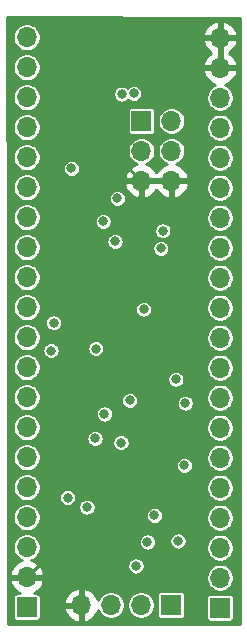
<source format=gbr>
%TF.GenerationSoftware,KiCad,Pcbnew,(5.1.6)-1*%
%TF.CreationDate,2020-09-14T17:11:37+02:00*%
%TF.ProjectId,STM32_blue_pill_4_layers,53544d33-325f-4626-9c75-655f70696c6c,rev?*%
%TF.SameCoordinates,Original*%
%TF.FileFunction,Copper,L2,Inr*%
%TF.FilePolarity,Positive*%
%FSLAX46Y46*%
G04 Gerber Fmt 4.6, Leading zero omitted, Abs format (unit mm)*
G04 Created by KiCad (PCBNEW (5.1.6)-1) date 2020-09-14 17:11:37*
%MOMM*%
%LPD*%
G01*
G04 APERTURE LIST*
%TA.AperFunction,ViaPad*%
%ADD10O,1.700000X1.700000*%
%TD*%
%TA.AperFunction,ViaPad*%
%ADD11R,1.700000X1.700000*%
%TD*%
%TA.AperFunction,ViaPad*%
%ADD12C,0.800000*%
%TD*%
%TA.AperFunction,Conductor*%
%ADD13C,0.250000*%
%TD*%
%TA.AperFunction,Conductor*%
%ADD14C,0.254000*%
%TD*%
G04 APERTURE END LIST*
D10*
%TO.N,GND*%
%TO.C,J5*%
X126550000Y-110170000D03*
%TO.N,/SWCLK*%
X129090000Y-110170000D03*
%TO.N,/SWIO*%
X131630000Y-110170000D03*
D11*
%TO.N,/3V3*%
X134170000Y-110170000D03*
%TD*%
D10*
%TO.N,GND*%
%TO.C,J4*%
X134210000Y-74260000D03*
X131670000Y-74260000D03*
%TO.N,Net-(J4-Pad4)*%
X134210000Y-71720000D03*
%TO.N,Net-(J4-Pad3)*%
X131670000Y-71720000D03*
%TO.N,/3V3*%
X134210000Y-69180000D03*
D11*
X131670000Y-69180000D03*
%TD*%
D10*
%TO.N,/PB12*%
%TO.C,J2*%
X121950000Y-62090000D03*
%TO.N,/PB13*%
X121950000Y-64630000D03*
%TO.N,/PB14*%
X121950000Y-67170000D03*
%TO.N,/PB15*%
X121950000Y-69710000D03*
%TO.N,/PA8*%
X121950000Y-72250000D03*
%TO.N,/PA9*%
X121950000Y-74790000D03*
%TO.N,/PA10*%
X121950000Y-77330000D03*
%TO.N,/PA11*%
X121950000Y-79870000D03*
%TO.N,/PA12*%
X121950000Y-82410000D03*
%TO.N,/PA15*%
X121950000Y-84950000D03*
%TO.N,/PB3*%
X121950000Y-87490000D03*
%TO.N,/PB4*%
X121950000Y-90030000D03*
%TO.N,/PB5*%
X121950000Y-92570000D03*
%TO.N,/PB6*%
X121950000Y-95110000D03*
%TO.N,/PB7*%
X121950000Y-97650000D03*
%TO.N,/PB8*%
X121950000Y-100190000D03*
%TO.N,/PB9*%
X121950000Y-102730000D03*
%TO.N,/5V*%
X121950000Y-105270000D03*
%TO.N,GND*%
X121950000Y-107810000D03*
D11*
%TO.N,/3V3*%
X121950000Y-110350000D03*
%TD*%
D10*
%TO.N,GND*%
%TO.C,J1*%
X138320000Y-62130000D03*
X138320000Y-64670000D03*
%TO.N,/3V3*%
X138320000Y-67210000D03*
%TO.N,/RESET*%
X138320000Y-69750000D03*
%TO.N,/PB11*%
X138320000Y-72290000D03*
%TO.N,/PB10*%
X138320000Y-74830000D03*
%TO.N,/PB1*%
X138320000Y-77370000D03*
%TO.N,/PB0*%
X138320000Y-79910000D03*
%TO.N,/PA7*%
X138320000Y-82450000D03*
%TO.N,/PA6*%
X138320000Y-84990000D03*
%TO.N,/PA5*%
X138320000Y-87530000D03*
%TO.N,/PA4*%
X138320000Y-90070000D03*
%TO.N,/PA3*%
X138320000Y-92610000D03*
%TO.N,/PA2*%
X138320000Y-95150000D03*
%TO.N,/PA1*%
X138320000Y-97690000D03*
%TO.N,/PA0*%
X138320000Y-100230000D03*
%TO.N,/PC15*%
X138320000Y-102770000D03*
%TO.N,/PC14*%
X138320000Y-105310000D03*
%TO.N,/PC13*%
X138320000Y-107850000D03*
D11*
%TO.N,/VBAT*%
X138320000Y-110390000D03*
%TD*%
D12*
%TO.N,GND*%
X125360000Y-98770000D03*
X130070000Y-83440000D03*
X132460000Y-88270000D03*
X128890000Y-66920000D03*
X125810000Y-70120000D03*
X129675012Y-87025009D03*
X133030000Y-86320000D03*
X128663425Y-76683985D03*
X126331193Y-86466484D03*
X129798621Y-88977480D03*
%TO.N,/RESET*%
X134582660Y-91047340D03*
%TO.N,/3V3*%
X128529417Y-93987900D03*
X125743463Y-73193146D03*
X128422379Y-77674437D03*
X124235587Y-86276785D03*
X127050000Y-101880000D03*
X133484990Y-78487102D03*
%TO.N,/OSCIN*%
X130670000Y-92840000D03*
%TO.N,/OSCOUT*%
X127740865Y-96060865D03*
X129930000Y-96420000D03*
X135367898Y-93072579D03*
%TO.N,/PC14*%
X134761883Y-104747819D03*
X135304990Y-98335534D03*
%TO.N,/PC15*%
X131204568Y-106860010D03*
X132170000Y-104830000D03*
%TO.N,/5V*%
X129430000Y-79380000D03*
%TO.N,Net-(D1-Pad1)*%
X132770182Y-102585618D03*
%TO.N,Net-(D2-Pad1)*%
X125410000Y-101080000D03*
%TO.N,Net-(J3-Pad3)*%
X130006683Y-66908381D03*
%TO.N,Net-(J3-Pad2)*%
X131004990Y-66850000D03*
%TO.N,Net-(J4-Pad4)*%
X133310000Y-79960000D03*
%TO.N,/SWCLK*%
X124010000Y-88630000D03*
%TO.N,/SWIO*%
X127800000Y-88460000D03*
%TO.N,/BOOT0*%
X129630000Y-75740000D03*
%TO.N,/BOOT1*%
X131850000Y-85120000D03*
%TD*%
D13*
%TO.N,GND*%
X128890000Y-71480000D02*
X131670000Y-74260000D01*
X128890000Y-66920000D02*
X128890000Y-71480000D01*
X128890000Y-67040000D02*
X128890000Y-66920000D01*
X125810000Y-70120000D02*
X128890000Y-67040000D01*
X130070000Y-86630021D02*
X129675012Y-87025009D01*
X130070000Y-83440000D02*
X130070000Y-86630021D01*
X126135001Y-103624999D02*
X126135001Y-99545001D01*
X126135001Y-99545001D02*
X125360000Y-98770000D01*
X121950000Y-107810000D02*
X126135001Y-103624999D01*
X132460000Y-86858499D02*
X134318499Y-85000000D01*
X132293490Y-87025009D02*
X134318499Y-85000000D01*
X134210000Y-85140000D02*
X133030000Y-86320000D01*
X133030000Y-86288499D02*
X133030000Y-86320000D01*
X134318499Y-85000000D02*
X133030000Y-86288499D01*
X129675012Y-87025009D02*
X132293490Y-87025009D01*
X134210000Y-74260000D02*
X134210000Y-85140000D01*
X132460000Y-88270000D02*
X132460000Y-86858499D01*
X131670000Y-74260000D02*
X131670000Y-75462081D01*
X129063424Y-77083984D02*
X128663425Y-76683985D01*
X130048097Y-77083984D02*
X129063424Y-77083984D01*
X131670000Y-75462081D02*
X130048097Y-77083984D01*
X129116487Y-86466484D02*
X126331193Y-86466484D01*
X129675012Y-87025009D02*
X129116487Y-86466484D01*
X132460000Y-88270000D02*
X130506101Y-88270000D01*
X129675012Y-87025009D02*
X129675012Y-88853871D01*
X130506101Y-88270000D02*
X129798621Y-88977480D01*
X129675012Y-88853871D02*
X129798621Y-88977480D01*
%TD*%
D14*
%TO.N,GND*%
G36*
X140032568Y-60454977D02*
G01*
X139973434Y-111793000D01*
X120356711Y-111793000D01*
X120353933Y-108166890D01*
X120508524Y-108166890D01*
X120553175Y-108314099D01*
X120678359Y-108576920D01*
X120852412Y-108810269D01*
X121068645Y-109005178D01*
X121318748Y-109154157D01*
X121367408Y-109171418D01*
X121100000Y-109171418D01*
X121035897Y-109177732D01*
X120974257Y-109196430D01*
X120917450Y-109226794D01*
X120867657Y-109267657D01*
X120826794Y-109317450D01*
X120796430Y-109374257D01*
X120777732Y-109435897D01*
X120771418Y-109500000D01*
X120771418Y-111200000D01*
X120777732Y-111264103D01*
X120796430Y-111325743D01*
X120826794Y-111382550D01*
X120867657Y-111432343D01*
X120917450Y-111473206D01*
X120974257Y-111503570D01*
X121035897Y-111522268D01*
X121100000Y-111528582D01*
X122800000Y-111528582D01*
X122864103Y-111522268D01*
X122925743Y-111503570D01*
X122982550Y-111473206D01*
X123032343Y-111432343D01*
X123073206Y-111382550D01*
X123103570Y-111325743D01*
X123122268Y-111264103D01*
X123128582Y-111200000D01*
X123128582Y-110526891D01*
X125108519Y-110526891D01*
X125205843Y-110801252D01*
X125354822Y-111051355D01*
X125549731Y-111267588D01*
X125783080Y-111441641D01*
X126045901Y-111566825D01*
X126193110Y-111611476D01*
X126423000Y-111490155D01*
X126423000Y-110297000D01*
X125229186Y-110297000D01*
X125108519Y-110526891D01*
X123128582Y-110526891D01*
X123128582Y-109813109D01*
X125108519Y-109813109D01*
X125229186Y-110043000D01*
X126423000Y-110043000D01*
X126423000Y-108849845D01*
X126677000Y-108849845D01*
X126677000Y-110043000D01*
X126697000Y-110043000D01*
X126697000Y-110297000D01*
X126677000Y-110297000D01*
X126677000Y-111490155D01*
X126906890Y-111611476D01*
X127054099Y-111566825D01*
X127316920Y-111441641D01*
X127550269Y-111267588D01*
X127745178Y-111051355D01*
X127894157Y-110801252D01*
X127978736Y-110562821D01*
X128046956Y-110727519D01*
X128175764Y-110920294D01*
X128339706Y-111084236D01*
X128532481Y-111213044D01*
X128746682Y-111301769D01*
X128974076Y-111347000D01*
X129205924Y-111347000D01*
X129433318Y-111301769D01*
X129647519Y-111213044D01*
X129840294Y-111084236D01*
X130004236Y-110920294D01*
X130133044Y-110727519D01*
X130221769Y-110513318D01*
X130267000Y-110285924D01*
X130267000Y-110054076D01*
X130453000Y-110054076D01*
X130453000Y-110285924D01*
X130498231Y-110513318D01*
X130586956Y-110727519D01*
X130715764Y-110920294D01*
X130879706Y-111084236D01*
X131072481Y-111213044D01*
X131286682Y-111301769D01*
X131514076Y-111347000D01*
X131745924Y-111347000D01*
X131973318Y-111301769D01*
X132187519Y-111213044D01*
X132380294Y-111084236D01*
X132544236Y-110920294D01*
X132673044Y-110727519D01*
X132761769Y-110513318D01*
X132807000Y-110285924D01*
X132807000Y-110054076D01*
X132761769Y-109826682D01*
X132673044Y-109612481D01*
X132544236Y-109419706D01*
X132444530Y-109320000D01*
X132991418Y-109320000D01*
X132991418Y-111020000D01*
X132997732Y-111084103D01*
X133016430Y-111145743D01*
X133046794Y-111202550D01*
X133087657Y-111252343D01*
X133137450Y-111293206D01*
X133194257Y-111323570D01*
X133255897Y-111342268D01*
X133320000Y-111348582D01*
X135020000Y-111348582D01*
X135084103Y-111342268D01*
X135145743Y-111323570D01*
X135202550Y-111293206D01*
X135252343Y-111252343D01*
X135293206Y-111202550D01*
X135323570Y-111145743D01*
X135342268Y-111084103D01*
X135348582Y-111020000D01*
X135348582Y-109540000D01*
X137141418Y-109540000D01*
X137141418Y-111240000D01*
X137147732Y-111304103D01*
X137166430Y-111365743D01*
X137196794Y-111422550D01*
X137237657Y-111472343D01*
X137287450Y-111513206D01*
X137344257Y-111543570D01*
X137405897Y-111562268D01*
X137470000Y-111568582D01*
X139170000Y-111568582D01*
X139234103Y-111562268D01*
X139295743Y-111543570D01*
X139352550Y-111513206D01*
X139402343Y-111472343D01*
X139443206Y-111422550D01*
X139473570Y-111365743D01*
X139492268Y-111304103D01*
X139498582Y-111240000D01*
X139498582Y-109540000D01*
X139492268Y-109475897D01*
X139473570Y-109414257D01*
X139443206Y-109357450D01*
X139402343Y-109307657D01*
X139352550Y-109266794D01*
X139295743Y-109236430D01*
X139234103Y-109217732D01*
X139170000Y-109211418D01*
X137470000Y-109211418D01*
X137405897Y-109217732D01*
X137344257Y-109236430D01*
X137287450Y-109266794D01*
X137237657Y-109307657D01*
X137196794Y-109357450D01*
X137166430Y-109414257D01*
X137147732Y-109475897D01*
X137141418Y-109540000D01*
X135348582Y-109540000D01*
X135348582Y-109320000D01*
X135342268Y-109255897D01*
X135323570Y-109194257D01*
X135293206Y-109137450D01*
X135252343Y-109087657D01*
X135202550Y-109046794D01*
X135145743Y-109016430D01*
X135084103Y-108997732D01*
X135020000Y-108991418D01*
X133320000Y-108991418D01*
X133255897Y-108997732D01*
X133194257Y-109016430D01*
X133137450Y-109046794D01*
X133087657Y-109087657D01*
X133046794Y-109137450D01*
X133016430Y-109194257D01*
X132997732Y-109255897D01*
X132991418Y-109320000D01*
X132444530Y-109320000D01*
X132380294Y-109255764D01*
X132187519Y-109126956D01*
X131973318Y-109038231D01*
X131745924Y-108993000D01*
X131514076Y-108993000D01*
X131286682Y-109038231D01*
X131072481Y-109126956D01*
X130879706Y-109255764D01*
X130715764Y-109419706D01*
X130586956Y-109612481D01*
X130498231Y-109826682D01*
X130453000Y-110054076D01*
X130267000Y-110054076D01*
X130221769Y-109826682D01*
X130133044Y-109612481D01*
X130004236Y-109419706D01*
X129840294Y-109255764D01*
X129647519Y-109126956D01*
X129433318Y-109038231D01*
X129205924Y-108993000D01*
X128974076Y-108993000D01*
X128746682Y-109038231D01*
X128532481Y-109126956D01*
X128339706Y-109255764D01*
X128175764Y-109419706D01*
X128046956Y-109612481D01*
X127978736Y-109777179D01*
X127894157Y-109538748D01*
X127745178Y-109288645D01*
X127550269Y-109072412D01*
X127316920Y-108898359D01*
X127054099Y-108773175D01*
X126906890Y-108728524D01*
X126677000Y-108849845D01*
X126423000Y-108849845D01*
X126193110Y-108728524D01*
X126045901Y-108773175D01*
X125783080Y-108898359D01*
X125549731Y-109072412D01*
X125354822Y-109288645D01*
X125205843Y-109538748D01*
X125108519Y-109813109D01*
X123128582Y-109813109D01*
X123128582Y-109500000D01*
X123122268Y-109435897D01*
X123103570Y-109374257D01*
X123073206Y-109317450D01*
X123032343Y-109267657D01*
X122982550Y-109226794D01*
X122925743Y-109196430D01*
X122864103Y-109177732D01*
X122800000Y-109171418D01*
X122532592Y-109171418D01*
X122581252Y-109154157D01*
X122831355Y-109005178D01*
X123047588Y-108810269D01*
X123221641Y-108576920D01*
X123346825Y-108314099D01*
X123391476Y-108166890D01*
X123270155Y-107937000D01*
X122077000Y-107937000D01*
X122077000Y-107957000D01*
X121823000Y-107957000D01*
X121823000Y-107937000D01*
X120629845Y-107937000D01*
X120508524Y-108166890D01*
X120353933Y-108166890D01*
X120353602Y-107734076D01*
X137143000Y-107734076D01*
X137143000Y-107965924D01*
X137188231Y-108193318D01*
X137276956Y-108407519D01*
X137405764Y-108600294D01*
X137569706Y-108764236D01*
X137762481Y-108893044D01*
X137976682Y-108981769D01*
X138204076Y-109027000D01*
X138435924Y-109027000D01*
X138663318Y-108981769D01*
X138877519Y-108893044D01*
X139070294Y-108764236D01*
X139234236Y-108600294D01*
X139363044Y-108407519D01*
X139451769Y-108193318D01*
X139497000Y-107965924D01*
X139497000Y-107734076D01*
X139451769Y-107506682D01*
X139363044Y-107292481D01*
X139234236Y-107099706D01*
X139070294Y-106935764D01*
X138877519Y-106806956D01*
X138663318Y-106718231D01*
X138435924Y-106673000D01*
X138204076Y-106673000D01*
X137976682Y-106718231D01*
X137762481Y-106806956D01*
X137569706Y-106935764D01*
X137405764Y-107099706D01*
X137276956Y-107292481D01*
X137188231Y-107506682D01*
X137143000Y-107734076D01*
X120353602Y-107734076D01*
X120353387Y-107453110D01*
X120508524Y-107453110D01*
X120629845Y-107683000D01*
X121823000Y-107683000D01*
X121823000Y-107663000D01*
X122077000Y-107663000D01*
X122077000Y-107683000D01*
X123270155Y-107683000D01*
X123391476Y-107453110D01*
X123346825Y-107305901D01*
X123221641Y-107043080D01*
X123047588Y-106809731D01*
X123023932Y-106788407D01*
X130477568Y-106788407D01*
X130477568Y-106931613D01*
X130505506Y-107072068D01*
X130560309Y-107204374D01*
X130639870Y-107323446D01*
X130741132Y-107424708D01*
X130860204Y-107504269D01*
X130992510Y-107559072D01*
X131132965Y-107587010D01*
X131276171Y-107587010D01*
X131416626Y-107559072D01*
X131548932Y-107504269D01*
X131668004Y-107424708D01*
X131769266Y-107323446D01*
X131848827Y-107204374D01*
X131903630Y-107072068D01*
X131931568Y-106931613D01*
X131931568Y-106788407D01*
X131903630Y-106647952D01*
X131848827Y-106515646D01*
X131769266Y-106396574D01*
X131668004Y-106295312D01*
X131548932Y-106215751D01*
X131416626Y-106160948D01*
X131276171Y-106133010D01*
X131132965Y-106133010D01*
X130992510Y-106160948D01*
X130860204Y-106215751D01*
X130741132Y-106295312D01*
X130639870Y-106396574D01*
X130560309Y-106515646D01*
X130505506Y-106647952D01*
X130477568Y-106788407D01*
X123023932Y-106788407D01*
X122831355Y-106614822D01*
X122581252Y-106465843D01*
X122342821Y-106381264D01*
X122507519Y-106313044D01*
X122700294Y-106184236D01*
X122864236Y-106020294D01*
X122993044Y-105827519D01*
X123081769Y-105613318D01*
X123127000Y-105385924D01*
X123127000Y-105154076D01*
X123081769Y-104926682D01*
X123012064Y-104758397D01*
X131443000Y-104758397D01*
X131443000Y-104901603D01*
X131470938Y-105042058D01*
X131525741Y-105174364D01*
X131605302Y-105293436D01*
X131706564Y-105394698D01*
X131825636Y-105474259D01*
X131957942Y-105529062D01*
X132098397Y-105557000D01*
X132241603Y-105557000D01*
X132382058Y-105529062D01*
X132514364Y-105474259D01*
X132633436Y-105394698D01*
X132734698Y-105293436D01*
X132814259Y-105174364D01*
X132869062Y-105042058D01*
X132897000Y-104901603D01*
X132897000Y-104758397D01*
X132880654Y-104676216D01*
X134034883Y-104676216D01*
X134034883Y-104819422D01*
X134062821Y-104959877D01*
X134117624Y-105092183D01*
X134197185Y-105211255D01*
X134298447Y-105312517D01*
X134417519Y-105392078D01*
X134549825Y-105446881D01*
X134690280Y-105474819D01*
X134833486Y-105474819D01*
X134973941Y-105446881D01*
X135106247Y-105392078D01*
X135225319Y-105312517D01*
X135326581Y-105211255D01*
X135338059Y-105194076D01*
X137143000Y-105194076D01*
X137143000Y-105425924D01*
X137188231Y-105653318D01*
X137276956Y-105867519D01*
X137405764Y-106060294D01*
X137569706Y-106224236D01*
X137762481Y-106353044D01*
X137976682Y-106441769D01*
X138204076Y-106487000D01*
X138435924Y-106487000D01*
X138663318Y-106441769D01*
X138877519Y-106353044D01*
X139070294Y-106224236D01*
X139234236Y-106060294D01*
X139363044Y-105867519D01*
X139451769Y-105653318D01*
X139497000Y-105425924D01*
X139497000Y-105194076D01*
X139451769Y-104966682D01*
X139363044Y-104752481D01*
X139234236Y-104559706D01*
X139070294Y-104395764D01*
X138877519Y-104266956D01*
X138663318Y-104178231D01*
X138435924Y-104133000D01*
X138204076Y-104133000D01*
X137976682Y-104178231D01*
X137762481Y-104266956D01*
X137569706Y-104395764D01*
X137405764Y-104559706D01*
X137276956Y-104752481D01*
X137188231Y-104966682D01*
X137143000Y-105194076D01*
X135338059Y-105194076D01*
X135406142Y-105092183D01*
X135460945Y-104959877D01*
X135488883Y-104819422D01*
X135488883Y-104676216D01*
X135460945Y-104535761D01*
X135406142Y-104403455D01*
X135326581Y-104284383D01*
X135225319Y-104183121D01*
X135106247Y-104103560D01*
X134973941Y-104048757D01*
X134833486Y-104020819D01*
X134690280Y-104020819D01*
X134549825Y-104048757D01*
X134417519Y-104103560D01*
X134298447Y-104183121D01*
X134197185Y-104284383D01*
X134117624Y-104403455D01*
X134062821Y-104535761D01*
X134034883Y-104676216D01*
X132880654Y-104676216D01*
X132869062Y-104617942D01*
X132814259Y-104485636D01*
X132734698Y-104366564D01*
X132633436Y-104265302D01*
X132514364Y-104185741D01*
X132382058Y-104130938D01*
X132241603Y-104103000D01*
X132098397Y-104103000D01*
X131957942Y-104130938D01*
X131825636Y-104185741D01*
X131706564Y-104265302D01*
X131605302Y-104366564D01*
X131525741Y-104485636D01*
X131470938Y-104617942D01*
X131443000Y-104758397D01*
X123012064Y-104758397D01*
X122993044Y-104712481D01*
X122864236Y-104519706D01*
X122700294Y-104355764D01*
X122507519Y-104226956D01*
X122293318Y-104138231D01*
X122065924Y-104093000D01*
X121834076Y-104093000D01*
X121606682Y-104138231D01*
X121392481Y-104226956D01*
X121199706Y-104355764D01*
X121035764Y-104519706D01*
X120906956Y-104712481D01*
X120818231Y-104926682D01*
X120773000Y-105154076D01*
X120773000Y-105385924D01*
X120818231Y-105613318D01*
X120906956Y-105827519D01*
X121035764Y-106020294D01*
X121199706Y-106184236D01*
X121392481Y-106313044D01*
X121557179Y-106381264D01*
X121318748Y-106465843D01*
X121068645Y-106614822D01*
X120852412Y-106809731D01*
X120678359Y-107043080D01*
X120553175Y-107305901D01*
X120508524Y-107453110D01*
X120353387Y-107453110D01*
X120349679Y-102614076D01*
X120773000Y-102614076D01*
X120773000Y-102845924D01*
X120818231Y-103073318D01*
X120906956Y-103287519D01*
X121035764Y-103480294D01*
X121199706Y-103644236D01*
X121392481Y-103773044D01*
X121606682Y-103861769D01*
X121834076Y-103907000D01*
X122065924Y-103907000D01*
X122293318Y-103861769D01*
X122507519Y-103773044D01*
X122700294Y-103644236D01*
X122864236Y-103480294D01*
X122993044Y-103287519D01*
X123081769Y-103073318D01*
X123127000Y-102845924D01*
X123127000Y-102614076D01*
X123081769Y-102386682D01*
X122993044Y-102172481D01*
X122864236Y-101979706D01*
X122700294Y-101815764D01*
X122689269Y-101808397D01*
X126323000Y-101808397D01*
X126323000Y-101951603D01*
X126350938Y-102092058D01*
X126405741Y-102224364D01*
X126485302Y-102343436D01*
X126586564Y-102444698D01*
X126705636Y-102524259D01*
X126837942Y-102579062D01*
X126978397Y-102607000D01*
X127121603Y-102607000D01*
X127262058Y-102579062D01*
X127394364Y-102524259D01*
X127409695Y-102514015D01*
X132043182Y-102514015D01*
X132043182Y-102657221D01*
X132071120Y-102797676D01*
X132125923Y-102929982D01*
X132205484Y-103049054D01*
X132306746Y-103150316D01*
X132425818Y-103229877D01*
X132558124Y-103284680D01*
X132698579Y-103312618D01*
X132841785Y-103312618D01*
X132982240Y-103284680D01*
X133114546Y-103229877D01*
X133233618Y-103150316D01*
X133334880Y-103049054D01*
X133414441Y-102929982D01*
X133469244Y-102797676D01*
X133497182Y-102657221D01*
X133497182Y-102654076D01*
X137143000Y-102654076D01*
X137143000Y-102885924D01*
X137188231Y-103113318D01*
X137276956Y-103327519D01*
X137405764Y-103520294D01*
X137569706Y-103684236D01*
X137762481Y-103813044D01*
X137976682Y-103901769D01*
X138204076Y-103947000D01*
X138435924Y-103947000D01*
X138663318Y-103901769D01*
X138877519Y-103813044D01*
X139070294Y-103684236D01*
X139234236Y-103520294D01*
X139363044Y-103327519D01*
X139451769Y-103113318D01*
X139497000Y-102885924D01*
X139497000Y-102654076D01*
X139451769Y-102426682D01*
X139363044Y-102212481D01*
X139234236Y-102019706D01*
X139070294Y-101855764D01*
X138877519Y-101726956D01*
X138663318Y-101638231D01*
X138435924Y-101593000D01*
X138204076Y-101593000D01*
X137976682Y-101638231D01*
X137762481Y-101726956D01*
X137569706Y-101855764D01*
X137405764Y-102019706D01*
X137276956Y-102212481D01*
X137188231Y-102426682D01*
X137143000Y-102654076D01*
X133497182Y-102654076D01*
X133497182Y-102514015D01*
X133469244Y-102373560D01*
X133414441Y-102241254D01*
X133334880Y-102122182D01*
X133233618Y-102020920D01*
X133114546Y-101941359D01*
X132982240Y-101886556D01*
X132841785Y-101858618D01*
X132698579Y-101858618D01*
X132558124Y-101886556D01*
X132425818Y-101941359D01*
X132306746Y-102020920D01*
X132205484Y-102122182D01*
X132125923Y-102241254D01*
X132071120Y-102373560D01*
X132043182Y-102514015D01*
X127409695Y-102514015D01*
X127513436Y-102444698D01*
X127614698Y-102343436D01*
X127694259Y-102224364D01*
X127749062Y-102092058D01*
X127777000Y-101951603D01*
X127777000Y-101808397D01*
X127749062Y-101667942D01*
X127694259Y-101535636D01*
X127614698Y-101416564D01*
X127513436Y-101315302D01*
X127394364Y-101235741D01*
X127262058Y-101180938D01*
X127121603Y-101153000D01*
X126978397Y-101153000D01*
X126837942Y-101180938D01*
X126705636Y-101235741D01*
X126586564Y-101315302D01*
X126485302Y-101416564D01*
X126405741Y-101535636D01*
X126350938Y-101667942D01*
X126323000Y-101808397D01*
X122689269Y-101808397D01*
X122507519Y-101686956D01*
X122293318Y-101598231D01*
X122065924Y-101553000D01*
X121834076Y-101553000D01*
X121606682Y-101598231D01*
X121392481Y-101686956D01*
X121199706Y-101815764D01*
X121035764Y-101979706D01*
X120906956Y-102172481D01*
X120818231Y-102386682D01*
X120773000Y-102614076D01*
X120349679Y-102614076D01*
X120347733Y-100074076D01*
X120773000Y-100074076D01*
X120773000Y-100305924D01*
X120818231Y-100533318D01*
X120906956Y-100747519D01*
X121035764Y-100940294D01*
X121199706Y-101104236D01*
X121392481Y-101233044D01*
X121606682Y-101321769D01*
X121834076Y-101367000D01*
X122065924Y-101367000D01*
X122293318Y-101321769D01*
X122507519Y-101233044D01*
X122700294Y-101104236D01*
X122796133Y-101008397D01*
X124683000Y-101008397D01*
X124683000Y-101151603D01*
X124710938Y-101292058D01*
X124765741Y-101424364D01*
X124845302Y-101543436D01*
X124946564Y-101644698D01*
X125065636Y-101724259D01*
X125197942Y-101779062D01*
X125338397Y-101807000D01*
X125481603Y-101807000D01*
X125622058Y-101779062D01*
X125754364Y-101724259D01*
X125873436Y-101644698D01*
X125974698Y-101543436D01*
X126054259Y-101424364D01*
X126109062Y-101292058D01*
X126137000Y-101151603D01*
X126137000Y-101008397D01*
X126109062Y-100867942D01*
X126054259Y-100735636D01*
X125974698Y-100616564D01*
X125873436Y-100515302D01*
X125754364Y-100435741D01*
X125622058Y-100380938D01*
X125481603Y-100353000D01*
X125338397Y-100353000D01*
X125197942Y-100380938D01*
X125065636Y-100435741D01*
X124946564Y-100515302D01*
X124845302Y-100616564D01*
X124765741Y-100735636D01*
X124710938Y-100867942D01*
X124683000Y-101008397D01*
X122796133Y-101008397D01*
X122864236Y-100940294D01*
X122993044Y-100747519D01*
X123081769Y-100533318D01*
X123127000Y-100305924D01*
X123127000Y-100114076D01*
X137143000Y-100114076D01*
X137143000Y-100345924D01*
X137188231Y-100573318D01*
X137276956Y-100787519D01*
X137405764Y-100980294D01*
X137569706Y-101144236D01*
X137762481Y-101273044D01*
X137976682Y-101361769D01*
X138204076Y-101407000D01*
X138435924Y-101407000D01*
X138663318Y-101361769D01*
X138877519Y-101273044D01*
X139070294Y-101144236D01*
X139234236Y-100980294D01*
X139363044Y-100787519D01*
X139451769Y-100573318D01*
X139497000Y-100345924D01*
X139497000Y-100114076D01*
X139451769Y-99886682D01*
X139363044Y-99672481D01*
X139234236Y-99479706D01*
X139070294Y-99315764D01*
X138877519Y-99186956D01*
X138663318Y-99098231D01*
X138435924Y-99053000D01*
X138204076Y-99053000D01*
X137976682Y-99098231D01*
X137762481Y-99186956D01*
X137569706Y-99315764D01*
X137405764Y-99479706D01*
X137276956Y-99672481D01*
X137188231Y-99886682D01*
X137143000Y-100114076D01*
X123127000Y-100114076D01*
X123127000Y-100074076D01*
X123081769Y-99846682D01*
X122993044Y-99632481D01*
X122864236Y-99439706D01*
X122700294Y-99275764D01*
X122507519Y-99146956D01*
X122293318Y-99058231D01*
X122065924Y-99013000D01*
X121834076Y-99013000D01*
X121606682Y-99058231D01*
X121392481Y-99146956D01*
X121199706Y-99275764D01*
X121035764Y-99439706D01*
X120906956Y-99632481D01*
X120818231Y-99846682D01*
X120773000Y-100074076D01*
X120347733Y-100074076D01*
X120345787Y-97534076D01*
X120773000Y-97534076D01*
X120773000Y-97765924D01*
X120818231Y-97993318D01*
X120906956Y-98207519D01*
X121035764Y-98400294D01*
X121199706Y-98564236D01*
X121392481Y-98693044D01*
X121606682Y-98781769D01*
X121834076Y-98827000D01*
X122065924Y-98827000D01*
X122293318Y-98781769D01*
X122507519Y-98693044D01*
X122700294Y-98564236D01*
X122864236Y-98400294D01*
X122955350Y-98263931D01*
X134577990Y-98263931D01*
X134577990Y-98407137D01*
X134605928Y-98547592D01*
X134660731Y-98679898D01*
X134740292Y-98798970D01*
X134841554Y-98900232D01*
X134960626Y-98979793D01*
X135092932Y-99034596D01*
X135233387Y-99062534D01*
X135376593Y-99062534D01*
X135517048Y-99034596D01*
X135649354Y-98979793D01*
X135768426Y-98900232D01*
X135869688Y-98798970D01*
X135949249Y-98679898D01*
X136004052Y-98547592D01*
X136031990Y-98407137D01*
X136031990Y-98263931D01*
X136004052Y-98123476D01*
X135949249Y-97991170D01*
X135869688Y-97872098D01*
X135768426Y-97770836D01*
X135649354Y-97691275D01*
X135517048Y-97636472D01*
X135376593Y-97608534D01*
X135233387Y-97608534D01*
X135092932Y-97636472D01*
X134960626Y-97691275D01*
X134841554Y-97770836D01*
X134740292Y-97872098D01*
X134660731Y-97991170D01*
X134605928Y-98123476D01*
X134577990Y-98263931D01*
X122955350Y-98263931D01*
X122993044Y-98207519D01*
X123081769Y-97993318D01*
X123127000Y-97765924D01*
X123127000Y-97574076D01*
X137143000Y-97574076D01*
X137143000Y-97805924D01*
X137188231Y-98033318D01*
X137276956Y-98247519D01*
X137405764Y-98440294D01*
X137569706Y-98604236D01*
X137762481Y-98733044D01*
X137976682Y-98821769D01*
X138204076Y-98867000D01*
X138435924Y-98867000D01*
X138663318Y-98821769D01*
X138877519Y-98733044D01*
X139070294Y-98604236D01*
X139234236Y-98440294D01*
X139363044Y-98247519D01*
X139451769Y-98033318D01*
X139497000Y-97805924D01*
X139497000Y-97574076D01*
X139451769Y-97346682D01*
X139363044Y-97132481D01*
X139234236Y-96939706D01*
X139070294Y-96775764D01*
X138877519Y-96646956D01*
X138663318Y-96558231D01*
X138435924Y-96513000D01*
X138204076Y-96513000D01*
X137976682Y-96558231D01*
X137762481Y-96646956D01*
X137569706Y-96775764D01*
X137405764Y-96939706D01*
X137276956Y-97132481D01*
X137188231Y-97346682D01*
X137143000Y-97574076D01*
X123127000Y-97574076D01*
X123127000Y-97534076D01*
X123081769Y-97306682D01*
X122993044Y-97092481D01*
X122864236Y-96899706D01*
X122700294Y-96735764D01*
X122507519Y-96606956D01*
X122293318Y-96518231D01*
X122065924Y-96473000D01*
X121834076Y-96473000D01*
X121606682Y-96518231D01*
X121392481Y-96606956D01*
X121199706Y-96735764D01*
X121035764Y-96899706D01*
X120906956Y-97092481D01*
X120818231Y-97306682D01*
X120773000Y-97534076D01*
X120345787Y-97534076D01*
X120343841Y-94994076D01*
X120773000Y-94994076D01*
X120773000Y-95225924D01*
X120818231Y-95453318D01*
X120906956Y-95667519D01*
X121035764Y-95860294D01*
X121199706Y-96024236D01*
X121392481Y-96153044D01*
X121606682Y-96241769D01*
X121834076Y-96287000D01*
X122065924Y-96287000D01*
X122293318Y-96241769D01*
X122507519Y-96153044D01*
X122700294Y-96024236D01*
X122735268Y-95989262D01*
X127013865Y-95989262D01*
X127013865Y-96132468D01*
X127041803Y-96272923D01*
X127096606Y-96405229D01*
X127176167Y-96524301D01*
X127277429Y-96625563D01*
X127396501Y-96705124D01*
X127528807Y-96759927D01*
X127669262Y-96787865D01*
X127812468Y-96787865D01*
X127952923Y-96759927D01*
X128085229Y-96705124D01*
X128204301Y-96625563D01*
X128305563Y-96524301D01*
X128385124Y-96405229D01*
X128408664Y-96348397D01*
X129203000Y-96348397D01*
X129203000Y-96491603D01*
X129230938Y-96632058D01*
X129285741Y-96764364D01*
X129365302Y-96883436D01*
X129466564Y-96984698D01*
X129585636Y-97064259D01*
X129717942Y-97119062D01*
X129858397Y-97147000D01*
X130001603Y-97147000D01*
X130142058Y-97119062D01*
X130274364Y-97064259D01*
X130393436Y-96984698D01*
X130494698Y-96883436D01*
X130574259Y-96764364D01*
X130629062Y-96632058D01*
X130657000Y-96491603D01*
X130657000Y-96348397D01*
X130629062Y-96207942D01*
X130574259Y-96075636D01*
X130494698Y-95956564D01*
X130393436Y-95855302D01*
X130274364Y-95775741D01*
X130142058Y-95720938D01*
X130001603Y-95693000D01*
X129858397Y-95693000D01*
X129717942Y-95720938D01*
X129585636Y-95775741D01*
X129466564Y-95855302D01*
X129365302Y-95956564D01*
X129285741Y-96075636D01*
X129230938Y-96207942D01*
X129203000Y-96348397D01*
X128408664Y-96348397D01*
X128439927Y-96272923D01*
X128467865Y-96132468D01*
X128467865Y-95989262D01*
X128439927Y-95848807D01*
X128385124Y-95716501D01*
X128305563Y-95597429D01*
X128204301Y-95496167D01*
X128085229Y-95416606D01*
X127952923Y-95361803D01*
X127812468Y-95333865D01*
X127669262Y-95333865D01*
X127528807Y-95361803D01*
X127396501Y-95416606D01*
X127277429Y-95496167D01*
X127176167Y-95597429D01*
X127096606Y-95716501D01*
X127041803Y-95848807D01*
X127013865Y-95989262D01*
X122735268Y-95989262D01*
X122864236Y-95860294D01*
X122993044Y-95667519D01*
X123081769Y-95453318D01*
X123127000Y-95225924D01*
X123127000Y-95034076D01*
X137143000Y-95034076D01*
X137143000Y-95265924D01*
X137188231Y-95493318D01*
X137276956Y-95707519D01*
X137405764Y-95900294D01*
X137569706Y-96064236D01*
X137762481Y-96193044D01*
X137976682Y-96281769D01*
X138204076Y-96327000D01*
X138435924Y-96327000D01*
X138663318Y-96281769D01*
X138877519Y-96193044D01*
X139070294Y-96064236D01*
X139234236Y-95900294D01*
X139363044Y-95707519D01*
X139451769Y-95493318D01*
X139497000Y-95265924D01*
X139497000Y-95034076D01*
X139451769Y-94806682D01*
X139363044Y-94592481D01*
X139234236Y-94399706D01*
X139070294Y-94235764D01*
X138877519Y-94106956D01*
X138663318Y-94018231D01*
X138435924Y-93973000D01*
X138204076Y-93973000D01*
X137976682Y-94018231D01*
X137762481Y-94106956D01*
X137569706Y-94235764D01*
X137405764Y-94399706D01*
X137276956Y-94592481D01*
X137188231Y-94806682D01*
X137143000Y-95034076D01*
X123127000Y-95034076D01*
X123127000Y-94994076D01*
X123081769Y-94766682D01*
X122993044Y-94552481D01*
X122864236Y-94359706D01*
X122700294Y-94195764D01*
X122507519Y-94066956D01*
X122293318Y-93978231D01*
X122065924Y-93933000D01*
X121834076Y-93933000D01*
X121606682Y-93978231D01*
X121392481Y-94066956D01*
X121199706Y-94195764D01*
X121035764Y-94359706D01*
X120906956Y-94552481D01*
X120818231Y-94766682D01*
X120773000Y-94994076D01*
X120343841Y-94994076D01*
X120343016Y-93916297D01*
X127802417Y-93916297D01*
X127802417Y-94059503D01*
X127830355Y-94199958D01*
X127885158Y-94332264D01*
X127964719Y-94451336D01*
X128065981Y-94552598D01*
X128185053Y-94632159D01*
X128317359Y-94686962D01*
X128457814Y-94714900D01*
X128601020Y-94714900D01*
X128741475Y-94686962D01*
X128873781Y-94632159D01*
X128992853Y-94552598D01*
X129094115Y-94451336D01*
X129173676Y-94332264D01*
X129228479Y-94199958D01*
X129256417Y-94059503D01*
X129256417Y-93916297D01*
X129228479Y-93775842D01*
X129173676Y-93643536D01*
X129094115Y-93524464D01*
X128992853Y-93423202D01*
X128873781Y-93343641D01*
X128741475Y-93288838D01*
X128601020Y-93260900D01*
X128457814Y-93260900D01*
X128317359Y-93288838D01*
X128185053Y-93343641D01*
X128065981Y-93423202D01*
X127964719Y-93524464D01*
X127885158Y-93643536D01*
X127830355Y-93775842D01*
X127802417Y-93916297D01*
X120343016Y-93916297D01*
X120341895Y-92454076D01*
X120773000Y-92454076D01*
X120773000Y-92685924D01*
X120818231Y-92913318D01*
X120906956Y-93127519D01*
X121035764Y-93320294D01*
X121199706Y-93484236D01*
X121392481Y-93613044D01*
X121606682Y-93701769D01*
X121834076Y-93747000D01*
X122065924Y-93747000D01*
X122293318Y-93701769D01*
X122507519Y-93613044D01*
X122700294Y-93484236D01*
X122864236Y-93320294D01*
X122993044Y-93127519D01*
X123081769Y-92913318D01*
X123110595Y-92768397D01*
X129943000Y-92768397D01*
X129943000Y-92911603D01*
X129970938Y-93052058D01*
X130025741Y-93184364D01*
X130105302Y-93303436D01*
X130206564Y-93404698D01*
X130325636Y-93484259D01*
X130457942Y-93539062D01*
X130598397Y-93567000D01*
X130741603Y-93567000D01*
X130882058Y-93539062D01*
X131014364Y-93484259D01*
X131133436Y-93404698D01*
X131234698Y-93303436D01*
X131314259Y-93184364D01*
X131369062Y-93052058D01*
X131379222Y-93000976D01*
X134640898Y-93000976D01*
X134640898Y-93144182D01*
X134668836Y-93284637D01*
X134723639Y-93416943D01*
X134803200Y-93536015D01*
X134904462Y-93637277D01*
X135023534Y-93716838D01*
X135155840Y-93771641D01*
X135296295Y-93799579D01*
X135439501Y-93799579D01*
X135579956Y-93771641D01*
X135712262Y-93716838D01*
X135831334Y-93637277D01*
X135932596Y-93536015D01*
X136012157Y-93416943D01*
X136066960Y-93284637D01*
X136094898Y-93144182D01*
X136094898Y-93000976D01*
X136066960Y-92860521D01*
X136012157Y-92728215D01*
X135932596Y-92609143D01*
X135831334Y-92507881D01*
X135810674Y-92494076D01*
X137143000Y-92494076D01*
X137143000Y-92725924D01*
X137188231Y-92953318D01*
X137276956Y-93167519D01*
X137405764Y-93360294D01*
X137569706Y-93524236D01*
X137762481Y-93653044D01*
X137976682Y-93741769D01*
X138204076Y-93787000D01*
X138435924Y-93787000D01*
X138663318Y-93741769D01*
X138877519Y-93653044D01*
X139070294Y-93524236D01*
X139234236Y-93360294D01*
X139363044Y-93167519D01*
X139451769Y-92953318D01*
X139497000Y-92725924D01*
X139497000Y-92494076D01*
X139451769Y-92266682D01*
X139363044Y-92052481D01*
X139234236Y-91859706D01*
X139070294Y-91695764D01*
X138877519Y-91566956D01*
X138663318Y-91478231D01*
X138435924Y-91433000D01*
X138204076Y-91433000D01*
X137976682Y-91478231D01*
X137762481Y-91566956D01*
X137569706Y-91695764D01*
X137405764Y-91859706D01*
X137276956Y-92052481D01*
X137188231Y-92266682D01*
X137143000Y-92494076D01*
X135810674Y-92494076D01*
X135712262Y-92428320D01*
X135579956Y-92373517D01*
X135439501Y-92345579D01*
X135296295Y-92345579D01*
X135155840Y-92373517D01*
X135023534Y-92428320D01*
X134904462Y-92507881D01*
X134803200Y-92609143D01*
X134723639Y-92728215D01*
X134668836Y-92860521D01*
X134640898Y-93000976D01*
X131379222Y-93000976D01*
X131397000Y-92911603D01*
X131397000Y-92768397D01*
X131369062Y-92627942D01*
X131314259Y-92495636D01*
X131234698Y-92376564D01*
X131133436Y-92275302D01*
X131014364Y-92195741D01*
X130882058Y-92140938D01*
X130741603Y-92113000D01*
X130598397Y-92113000D01*
X130457942Y-92140938D01*
X130325636Y-92195741D01*
X130206564Y-92275302D01*
X130105302Y-92376564D01*
X130025741Y-92495636D01*
X129970938Y-92627942D01*
X129943000Y-92768397D01*
X123110595Y-92768397D01*
X123127000Y-92685924D01*
X123127000Y-92454076D01*
X123081769Y-92226682D01*
X122993044Y-92012481D01*
X122864236Y-91819706D01*
X122700294Y-91655764D01*
X122507519Y-91526956D01*
X122293318Y-91438231D01*
X122065924Y-91393000D01*
X121834076Y-91393000D01*
X121606682Y-91438231D01*
X121392481Y-91526956D01*
X121199706Y-91655764D01*
X121035764Y-91819706D01*
X120906956Y-92012481D01*
X120818231Y-92226682D01*
X120773000Y-92454076D01*
X120341895Y-92454076D01*
X120339949Y-89914076D01*
X120773000Y-89914076D01*
X120773000Y-90145924D01*
X120818231Y-90373318D01*
X120906956Y-90587519D01*
X121035764Y-90780294D01*
X121199706Y-90944236D01*
X121392481Y-91073044D01*
X121606682Y-91161769D01*
X121834076Y-91207000D01*
X122065924Y-91207000D01*
X122293318Y-91161769D01*
X122507519Y-91073044D01*
X122653149Y-90975737D01*
X133855660Y-90975737D01*
X133855660Y-91118943D01*
X133883598Y-91259398D01*
X133938401Y-91391704D01*
X134017962Y-91510776D01*
X134119224Y-91612038D01*
X134238296Y-91691599D01*
X134370602Y-91746402D01*
X134511057Y-91774340D01*
X134654263Y-91774340D01*
X134794718Y-91746402D01*
X134927024Y-91691599D01*
X135046096Y-91612038D01*
X135147358Y-91510776D01*
X135226919Y-91391704D01*
X135281722Y-91259398D01*
X135309660Y-91118943D01*
X135309660Y-90975737D01*
X135281722Y-90835282D01*
X135226919Y-90702976D01*
X135147358Y-90583904D01*
X135046096Y-90482642D01*
X134927024Y-90403081D01*
X134794718Y-90348278D01*
X134654263Y-90320340D01*
X134511057Y-90320340D01*
X134370602Y-90348278D01*
X134238296Y-90403081D01*
X134119224Y-90482642D01*
X134017962Y-90583904D01*
X133938401Y-90702976D01*
X133883598Y-90835282D01*
X133855660Y-90975737D01*
X122653149Y-90975737D01*
X122700294Y-90944236D01*
X122864236Y-90780294D01*
X122993044Y-90587519D01*
X123081769Y-90373318D01*
X123127000Y-90145924D01*
X123127000Y-89954076D01*
X137143000Y-89954076D01*
X137143000Y-90185924D01*
X137188231Y-90413318D01*
X137276956Y-90627519D01*
X137405764Y-90820294D01*
X137569706Y-90984236D01*
X137762481Y-91113044D01*
X137976682Y-91201769D01*
X138204076Y-91247000D01*
X138435924Y-91247000D01*
X138663318Y-91201769D01*
X138877519Y-91113044D01*
X139070294Y-90984236D01*
X139234236Y-90820294D01*
X139363044Y-90627519D01*
X139451769Y-90413318D01*
X139497000Y-90185924D01*
X139497000Y-89954076D01*
X139451769Y-89726682D01*
X139363044Y-89512481D01*
X139234236Y-89319706D01*
X139070294Y-89155764D01*
X138877519Y-89026956D01*
X138663318Y-88938231D01*
X138435924Y-88893000D01*
X138204076Y-88893000D01*
X137976682Y-88938231D01*
X137762481Y-89026956D01*
X137569706Y-89155764D01*
X137405764Y-89319706D01*
X137276956Y-89512481D01*
X137188231Y-89726682D01*
X137143000Y-89954076D01*
X123127000Y-89954076D01*
X123127000Y-89914076D01*
X123081769Y-89686682D01*
X122993044Y-89472481D01*
X122864236Y-89279706D01*
X122700294Y-89115764D01*
X122507519Y-88986956D01*
X122293318Y-88898231D01*
X122065924Y-88853000D01*
X121834076Y-88853000D01*
X121606682Y-88898231D01*
X121392481Y-88986956D01*
X121199706Y-89115764D01*
X121035764Y-89279706D01*
X120906956Y-89472481D01*
X120818231Y-89686682D01*
X120773000Y-89914076D01*
X120339949Y-89914076D01*
X120338003Y-87374076D01*
X120773000Y-87374076D01*
X120773000Y-87605924D01*
X120818231Y-87833318D01*
X120906956Y-88047519D01*
X121035764Y-88240294D01*
X121199706Y-88404236D01*
X121392481Y-88533044D01*
X121606682Y-88621769D01*
X121834076Y-88667000D01*
X122065924Y-88667000D01*
X122293318Y-88621769D01*
X122446311Y-88558397D01*
X123283000Y-88558397D01*
X123283000Y-88701603D01*
X123310938Y-88842058D01*
X123365741Y-88974364D01*
X123445302Y-89093436D01*
X123546564Y-89194698D01*
X123665636Y-89274259D01*
X123797942Y-89329062D01*
X123938397Y-89357000D01*
X124081603Y-89357000D01*
X124222058Y-89329062D01*
X124354364Y-89274259D01*
X124473436Y-89194698D01*
X124574698Y-89093436D01*
X124654259Y-88974364D01*
X124709062Y-88842058D01*
X124737000Y-88701603D01*
X124737000Y-88558397D01*
X124709062Y-88417942D01*
X124696825Y-88388397D01*
X127073000Y-88388397D01*
X127073000Y-88531603D01*
X127100938Y-88672058D01*
X127155741Y-88804364D01*
X127235302Y-88923436D01*
X127336564Y-89024698D01*
X127455636Y-89104259D01*
X127587942Y-89159062D01*
X127728397Y-89187000D01*
X127871603Y-89187000D01*
X128012058Y-89159062D01*
X128144364Y-89104259D01*
X128263436Y-89024698D01*
X128364698Y-88923436D01*
X128444259Y-88804364D01*
X128499062Y-88672058D01*
X128527000Y-88531603D01*
X128527000Y-88388397D01*
X128499062Y-88247942D01*
X128444259Y-88115636D01*
X128364698Y-87996564D01*
X128263436Y-87895302D01*
X128144364Y-87815741D01*
X128012058Y-87760938D01*
X127871603Y-87733000D01*
X127728397Y-87733000D01*
X127587942Y-87760938D01*
X127455636Y-87815741D01*
X127336564Y-87895302D01*
X127235302Y-87996564D01*
X127155741Y-88115636D01*
X127100938Y-88247942D01*
X127073000Y-88388397D01*
X124696825Y-88388397D01*
X124654259Y-88285636D01*
X124574698Y-88166564D01*
X124473436Y-88065302D01*
X124354364Y-87985741D01*
X124222058Y-87930938D01*
X124081603Y-87903000D01*
X123938397Y-87903000D01*
X123797942Y-87930938D01*
X123665636Y-87985741D01*
X123546564Y-88065302D01*
X123445302Y-88166564D01*
X123365741Y-88285636D01*
X123310938Y-88417942D01*
X123283000Y-88558397D01*
X122446311Y-88558397D01*
X122507519Y-88533044D01*
X122700294Y-88404236D01*
X122864236Y-88240294D01*
X122993044Y-88047519D01*
X123081769Y-87833318D01*
X123127000Y-87605924D01*
X123127000Y-87414076D01*
X137143000Y-87414076D01*
X137143000Y-87645924D01*
X137188231Y-87873318D01*
X137276956Y-88087519D01*
X137405764Y-88280294D01*
X137569706Y-88444236D01*
X137762481Y-88573044D01*
X137976682Y-88661769D01*
X138204076Y-88707000D01*
X138435924Y-88707000D01*
X138663318Y-88661769D01*
X138877519Y-88573044D01*
X139070294Y-88444236D01*
X139234236Y-88280294D01*
X139363044Y-88087519D01*
X139451769Y-87873318D01*
X139497000Y-87645924D01*
X139497000Y-87414076D01*
X139451769Y-87186682D01*
X139363044Y-86972481D01*
X139234236Y-86779706D01*
X139070294Y-86615764D01*
X138877519Y-86486956D01*
X138663318Y-86398231D01*
X138435924Y-86353000D01*
X138204076Y-86353000D01*
X137976682Y-86398231D01*
X137762481Y-86486956D01*
X137569706Y-86615764D01*
X137405764Y-86779706D01*
X137276956Y-86972481D01*
X137188231Y-87186682D01*
X137143000Y-87414076D01*
X123127000Y-87414076D01*
X123127000Y-87374076D01*
X123081769Y-87146682D01*
X122993044Y-86932481D01*
X122864236Y-86739706D01*
X122700294Y-86575764D01*
X122507519Y-86446956D01*
X122293318Y-86358231D01*
X122065924Y-86313000D01*
X121834076Y-86313000D01*
X121606682Y-86358231D01*
X121392481Y-86446956D01*
X121199706Y-86575764D01*
X121035764Y-86739706D01*
X120906956Y-86932481D01*
X120818231Y-87146682D01*
X120773000Y-87374076D01*
X120338003Y-87374076D01*
X120337108Y-86205182D01*
X123508587Y-86205182D01*
X123508587Y-86348388D01*
X123536525Y-86488843D01*
X123591328Y-86621149D01*
X123670889Y-86740221D01*
X123772151Y-86841483D01*
X123891223Y-86921044D01*
X124023529Y-86975847D01*
X124163984Y-87003785D01*
X124307190Y-87003785D01*
X124447645Y-86975847D01*
X124579951Y-86921044D01*
X124699023Y-86841483D01*
X124800285Y-86740221D01*
X124879846Y-86621149D01*
X124934649Y-86488843D01*
X124962587Y-86348388D01*
X124962587Y-86205182D01*
X124934649Y-86064727D01*
X124879846Y-85932421D01*
X124800285Y-85813349D01*
X124699023Y-85712087D01*
X124579951Y-85632526D01*
X124447645Y-85577723D01*
X124307190Y-85549785D01*
X124163984Y-85549785D01*
X124023529Y-85577723D01*
X123891223Y-85632526D01*
X123772151Y-85712087D01*
X123670889Y-85813349D01*
X123591328Y-85932421D01*
X123536525Y-86064727D01*
X123508587Y-86205182D01*
X120337108Y-86205182D01*
X120336057Y-84834076D01*
X120773000Y-84834076D01*
X120773000Y-85065924D01*
X120818231Y-85293318D01*
X120906956Y-85507519D01*
X121035764Y-85700294D01*
X121199706Y-85864236D01*
X121392481Y-85993044D01*
X121606682Y-86081769D01*
X121834076Y-86127000D01*
X122065924Y-86127000D01*
X122293318Y-86081769D01*
X122507519Y-85993044D01*
X122700294Y-85864236D01*
X122864236Y-85700294D01*
X122993044Y-85507519D01*
X123081769Y-85293318D01*
X123127000Y-85065924D01*
X123127000Y-85048397D01*
X131123000Y-85048397D01*
X131123000Y-85191603D01*
X131150938Y-85332058D01*
X131205741Y-85464364D01*
X131285302Y-85583436D01*
X131386564Y-85684698D01*
X131505636Y-85764259D01*
X131637942Y-85819062D01*
X131778397Y-85847000D01*
X131921603Y-85847000D01*
X132062058Y-85819062D01*
X132194364Y-85764259D01*
X132313436Y-85684698D01*
X132414698Y-85583436D01*
X132494259Y-85464364D01*
X132549062Y-85332058D01*
X132577000Y-85191603D01*
X132577000Y-85048397D01*
X132549062Y-84907942D01*
X132535035Y-84874076D01*
X137143000Y-84874076D01*
X137143000Y-85105924D01*
X137188231Y-85333318D01*
X137276956Y-85547519D01*
X137405764Y-85740294D01*
X137569706Y-85904236D01*
X137762481Y-86033044D01*
X137976682Y-86121769D01*
X138204076Y-86167000D01*
X138435924Y-86167000D01*
X138663318Y-86121769D01*
X138877519Y-86033044D01*
X139070294Y-85904236D01*
X139234236Y-85740294D01*
X139363044Y-85547519D01*
X139451769Y-85333318D01*
X139497000Y-85105924D01*
X139497000Y-84874076D01*
X139451769Y-84646682D01*
X139363044Y-84432481D01*
X139234236Y-84239706D01*
X139070294Y-84075764D01*
X138877519Y-83946956D01*
X138663318Y-83858231D01*
X138435924Y-83813000D01*
X138204076Y-83813000D01*
X137976682Y-83858231D01*
X137762481Y-83946956D01*
X137569706Y-84075764D01*
X137405764Y-84239706D01*
X137276956Y-84432481D01*
X137188231Y-84646682D01*
X137143000Y-84874076D01*
X132535035Y-84874076D01*
X132494259Y-84775636D01*
X132414698Y-84656564D01*
X132313436Y-84555302D01*
X132194364Y-84475741D01*
X132062058Y-84420938D01*
X131921603Y-84393000D01*
X131778397Y-84393000D01*
X131637942Y-84420938D01*
X131505636Y-84475741D01*
X131386564Y-84555302D01*
X131285302Y-84656564D01*
X131205741Y-84775636D01*
X131150938Y-84907942D01*
X131123000Y-85048397D01*
X123127000Y-85048397D01*
X123127000Y-84834076D01*
X123081769Y-84606682D01*
X122993044Y-84392481D01*
X122864236Y-84199706D01*
X122700294Y-84035764D01*
X122507519Y-83906956D01*
X122293318Y-83818231D01*
X122065924Y-83773000D01*
X121834076Y-83773000D01*
X121606682Y-83818231D01*
X121392481Y-83906956D01*
X121199706Y-84035764D01*
X121035764Y-84199706D01*
X120906956Y-84392481D01*
X120818231Y-84606682D01*
X120773000Y-84834076D01*
X120336057Y-84834076D01*
X120334111Y-82294076D01*
X120773000Y-82294076D01*
X120773000Y-82525924D01*
X120818231Y-82753318D01*
X120906956Y-82967519D01*
X121035764Y-83160294D01*
X121199706Y-83324236D01*
X121392481Y-83453044D01*
X121606682Y-83541769D01*
X121834076Y-83587000D01*
X122065924Y-83587000D01*
X122293318Y-83541769D01*
X122507519Y-83453044D01*
X122700294Y-83324236D01*
X122864236Y-83160294D01*
X122993044Y-82967519D01*
X123081769Y-82753318D01*
X123127000Y-82525924D01*
X123127000Y-82334076D01*
X137143000Y-82334076D01*
X137143000Y-82565924D01*
X137188231Y-82793318D01*
X137276956Y-83007519D01*
X137405764Y-83200294D01*
X137569706Y-83364236D01*
X137762481Y-83493044D01*
X137976682Y-83581769D01*
X138204076Y-83627000D01*
X138435924Y-83627000D01*
X138663318Y-83581769D01*
X138877519Y-83493044D01*
X139070294Y-83364236D01*
X139234236Y-83200294D01*
X139363044Y-83007519D01*
X139451769Y-82793318D01*
X139497000Y-82565924D01*
X139497000Y-82334076D01*
X139451769Y-82106682D01*
X139363044Y-81892481D01*
X139234236Y-81699706D01*
X139070294Y-81535764D01*
X138877519Y-81406956D01*
X138663318Y-81318231D01*
X138435924Y-81273000D01*
X138204076Y-81273000D01*
X137976682Y-81318231D01*
X137762481Y-81406956D01*
X137569706Y-81535764D01*
X137405764Y-81699706D01*
X137276956Y-81892481D01*
X137188231Y-82106682D01*
X137143000Y-82334076D01*
X123127000Y-82334076D01*
X123127000Y-82294076D01*
X123081769Y-82066682D01*
X122993044Y-81852481D01*
X122864236Y-81659706D01*
X122700294Y-81495764D01*
X122507519Y-81366956D01*
X122293318Y-81278231D01*
X122065924Y-81233000D01*
X121834076Y-81233000D01*
X121606682Y-81278231D01*
X121392481Y-81366956D01*
X121199706Y-81495764D01*
X121035764Y-81659706D01*
X120906956Y-81852481D01*
X120818231Y-82066682D01*
X120773000Y-82294076D01*
X120334111Y-82294076D01*
X120332165Y-79754076D01*
X120773000Y-79754076D01*
X120773000Y-79985924D01*
X120818231Y-80213318D01*
X120906956Y-80427519D01*
X121035764Y-80620294D01*
X121199706Y-80784236D01*
X121392481Y-80913044D01*
X121606682Y-81001769D01*
X121834076Y-81047000D01*
X122065924Y-81047000D01*
X122293318Y-81001769D01*
X122507519Y-80913044D01*
X122700294Y-80784236D01*
X122864236Y-80620294D01*
X122993044Y-80427519D01*
X123081769Y-80213318D01*
X123127000Y-79985924D01*
X123127000Y-79754076D01*
X123081769Y-79526682D01*
X122993044Y-79312481D01*
X122990316Y-79308397D01*
X128703000Y-79308397D01*
X128703000Y-79451603D01*
X128730938Y-79592058D01*
X128785741Y-79724364D01*
X128865302Y-79843436D01*
X128966564Y-79944698D01*
X129085636Y-80024259D01*
X129217942Y-80079062D01*
X129358397Y-80107000D01*
X129501603Y-80107000D01*
X129642058Y-80079062D01*
X129774364Y-80024259D01*
X129893436Y-79944698D01*
X129949737Y-79888397D01*
X132583000Y-79888397D01*
X132583000Y-80031603D01*
X132610938Y-80172058D01*
X132665741Y-80304364D01*
X132745302Y-80423436D01*
X132846564Y-80524698D01*
X132965636Y-80604259D01*
X133097942Y-80659062D01*
X133238397Y-80687000D01*
X133381603Y-80687000D01*
X133522058Y-80659062D01*
X133654364Y-80604259D01*
X133773436Y-80524698D01*
X133874698Y-80423436D01*
X133954259Y-80304364D01*
X134009062Y-80172058D01*
X134037000Y-80031603D01*
X134037000Y-79888397D01*
X134018239Y-79794076D01*
X137143000Y-79794076D01*
X137143000Y-80025924D01*
X137188231Y-80253318D01*
X137276956Y-80467519D01*
X137405764Y-80660294D01*
X137569706Y-80824236D01*
X137762481Y-80953044D01*
X137976682Y-81041769D01*
X138204076Y-81087000D01*
X138435924Y-81087000D01*
X138663318Y-81041769D01*
X138877519Y-80953044D01*
X139070294Y-80824236D01*
X139234236Y-80660294D01*
X139363044Y-80467519D01*
X139451769Y-80253318D01*
X139497000Y-80025924D01*
X139497000Y-79794076D01*
X139451769Y-79566682D01*
X139363044Y-79352481D01*
X139234236Y-79159706D01*
X139070294Y-78995764D01*
X138877519Y-78866956D01*
X138663318Y-78778231D01*
X138435924Y-78733000D01*
X138204076Y-78733000D01*
X137976682Y-78778231D01*
X137762481Y-78866956D01*
X137569706Y-78995764D01*
X137405764Y-79159706D01*
X137276956Y-79352481D01*
X137188231Y-79566682D01*
X137143000Y-79794076D01*
X134018239Y-79794076D01*
X134009062Y-79747942D01*
X133954259Y-79615636D01*
X133874698Y-79496564D01*
X133773436Y-79395302D01*
X133654364Y-79315741D01*
X133522058Y-79260938D01*
X133381603Y-79233000D01*
X133238397Y-79233000D01*
X133097942Y-79260938D01*
X132965636Y-79315741D01*
X132846564Y-79395302D01*
X132745302Y-79496564D01*
X132665741Y-79615636D01*
X132610938Y-79747942D01*
X132583000Y-79888397D01*
X129949737Y-79888397D01*
X129994698Y-79843436D01*
X130074259Y-79724364D01*
X130129062Y-79592058D01*
X130157000Y-79451603D01*
X130157000Y-79308397D01*
X130129062Y-79167942D01*
X130074259Y-79035636D01*
X129994698Y-78916564D01*
X129893436Y-78815302D01*
X129774364Y-78735741D01*
X129642058Y-78680938D01*
X129501603Y-78653000D01*
X129358397Y-78653000D01*
X129217942Y-78680938D01*
X129085636Y-78735741D01*
X128966564Y-78815302D01*
X128865302Y-78916564D01*
X128785741Y-79035636D01*
X128730938Y-79167942D01*
X128703000Y-79308397D01*
X122990316Y-79308397D01*
X122864236Y-79119706D01*
X122700294Y-78955764D01*
X122507519Y-78826956D01*
X122293318Y-78738231D01*
X122065924Y-78693000D01*
X121834076Y-78693000D01*
X121606682Y-78738231D01*
X121392481Y-78826956D01*
X121199706Y-78955764D01*
X121035764Y-79119706D01*
X120906956Y-79312481D01*
X120818231Y-79526682D01*
X120773000Y-79754076D01*
X120332165Y-79754076D01*
X120330218Y-77214076D01*
X120773000Y-77214076D01*
X120773000Y-77445924D01*
X120818231Y-77673318D01*
X120906956Y-77887519D01*
X121035764Y-78080294D01*
X121199706Y-78244236D01*
X121392481Y-78373044D01*
X121606682Y-78461769D01*
X121834076Y-78507000D01*
X122065924Y-78507000D01*
X122293318Y-78461769D01*
X122405023Y-78415499D01*
X132757990Y-78415499D01*
X132757990Y-78558705D01*
X132785928Y-78699160D01*
X132840731Y-78831466D01*
X132920292Y-78950538D01*
X133021554Y-79051800D01*
X133140626Y-79131361D01*
X133272932Y-79186164D01*
X133413387Y-79214102D01*
X133556593Y-79214102D01*
X133697048Y-79186164D01*
X133829354Y-79131361D01*
X133948426Y-79051800D01*
X134049688Y-78950538D01*
X134129249Y-78831466D01*
X134184052Y-78699160D01*
X134211990Y-78558705D01*
X134211990Y-78415499D01*
X134184052Y-78275044D01*
X134129249Y-78142738D01*
X134049688Y-78023666D01*
X133948426Y-77922404D01*
X133829354Y-77842843D01*
X133697048Y-77788040D01*
X133556593Y-77760102D01*
X133413387Y-77760102D01*
X133272932Y-77788040D01*
X133140626Y-77842843D01*
X133021554Y-77922404D01*
X132920292Y-78023666D01*
X132840731Y-78142738D01*
X132785928Y-78275044D01*
X132757990Y-78415499D01*
X122405023Y-78415499D01*
X122507519Y-78373044D01*
X122700294Y-78244236D01*
X122864236Y-78080294D01*
X122993044Y-77887519D01*
X123081769Y-77673318D01*
X123095788Y-77602834D01*
X127695379Y-77602834D01*
X127695379Y-77746040D01*
X127723317Y-77886495D01*
X127778120Y-78018801D01*
X127857681Y-78137873D01*
X127958943Y-78239135D01*
X128078015Y-78318696D01*
X128210321Y-78373499D01*
X128350776Y-78401437D01*
X128493982Y-78401437D01*
X128634437Y-78373499D01*
X128766743Y-78318696D01*
X128885815Y-78239135D01*
X128987077Y-78137873D01*
X129066638Y-78018801D01*
X129121441Y-77886495D01*
X129149379Y-77746040D01*
X129149379Y-77602834D01*
X129121441Y-77462379D01*
X129066638Y-77330073D01*
X129015859Y-77254076D01*
X137143000Y-77254076D01*
X137143000Y-77485924D01*
X137188231Y-77713318D01*
X137276956Y-77927519D01*
X137405764Y-78120294D01*
X137569706Y-78284236D01*
X137762481Y-78413044D01*
X137976682Y-78501769D01*
X138204076Y-78547000D01*
X138435924Y-78547000D01*
X138663318Y-78501769D01*
X138877519Y-78413044D01*
X139070294Y-78284236D01*
X139234236Y-78120294D01*
X139363044Y-77927519D01*
X139451769Y-77713318D01*
X139497000Y-77485924D01*
X139497000Y-77254076D01*
X139451769Y-77026682D01*
X139363044Y-76812481D01*
X139234236Y-76619706D01*
X139070294Y-76455764D01*
X138877519Y-76326956D01*
X138663318Y-76238231D01*
X138435924Y-76193000D01*
X138204076Y-76193000D01*
X137976682Y-76238231D01*
X137762481Y-76326956D01*
X137569706Y-76455764D01*
X137405764Y-76619706D01*
X137276956Y-76812481D01*
X137188231Y-77026682D01*
X137143000Y-77254076D01*
X129015859Y-77254076D01*
X128987077Y-77211001D01*
X128885815Y-77109739D01*
X128766743Y-77030178D01*
X128634437Y-76975375D01*
X128493982Y-76947437D01*
X128350776Y-76947437D01*
X128210321Y-76975375D01*
X128078015Y-77030178D01*
X127958943Y-77109739D01*
X127857681Y-77211001D01*
X127778120Y-77330073D01*
X127723317Y-77462379D01*
X127695379Y-77602834D01*
X123095788Y-77602834D01*
X123127000Y-77445924D01*
X123127000Y-77214076D01*
X123081769Y-76986682D01*
X122993044Y-76772481D01*
X122864236Y-76579706D01*
X122700294Y-76415764D01*
X122507519Y-76286956D01*
X122293318Y-76198231D01*
X122065924Y-76153000D01*
X121834076Y-76153000D01*
X121606682Y-76198231D01*
X121392481Y-76286956D01*
X121199706Y-76415764D01*
X121035764Y-76579706D01*
X120906956Y-76772481D01*
X120818231Y-76986682D01*
X120773000Y-77214076D01*
X120330218Y-77214076D01*
X120328271Y-74674076D01*
X120773000Y-74674076D01*
X120773000Y-74905924D01*
X120818231Y-75133318D01*
X120906956Y-75347519D01*
X121035764Y-75540294D01*
X121199706Y-75704236D01*
X121392481Y-75833044D01*
X121606682Y-75921769D01*
X121834076Y-75967000D01*
X122065924Y-75967000D01*
X122293318Y-75921769D01*
X122507519Y-75833044D01*
X122700294Y-75704236D01*
X122736133Y-75668397D01*
X128903000Y-75668397D01*
X128903000Y-75811603D01*
X128930938Y-75952058D01*
X128985741Y-76084364D01*
X129065302Y-76203436D01*
X129166564Y-76304698D01*
X129285636Y-76384259D01*
X129417942Y-76439062D01*
X129558397Y-76467000D01*
X129701603Y-76467000D01*
X129842058Y-76439062D01*
X129974364Y-76384259D01*
X130093436Y-76304698D01*
X130194698Y-76203436D01*
X130274259Y-76084364D01*
X130329062Y-75952058D01*
X130357000Y-75811603D01*
X130357000Y-75668397D01*
X130329062Y-75527942D01*
X130274259Y-75395636D01*
X130194698Y-75276564D01*
X130093436Y-75175302D01*
X129974364Y-75095741D01*
X129842058Y-75040938D01*
X129701603Y-75013000D01*
X129558397Y-75013000D01*
X129417942Y-75040938D01*
X129285636Y-75095741D01*
X129166564Y-75175302D01*
X129065302Y-75276564D01*
X128985741Y-75395636D01*
X128930938Y-75527942D01*
X128903000Y-75668397D01*
X122736133Y-75668397D01*
X122864236Y-75540294D01*
X122993044Y-75347519D01*
X123081769Y-75133318D01*
X123127000Y-74905924D01*
X123127000Y-74674076D01*
X123115626Y-74616890D01*
X130228524Y-74616890D01*
X130273175Y-74764099D01*
X130398359Y-75026920D01*
X130572412Y-75260269D01*
X130788645Y-75455178D01*
X131038748Y-75604157D01*
X131313109Y-75701481D01*
X131543000Y-75580814D01*
X131543000Y-74387000D01*
X131797000Y-74387000D01*
X131797000Y-75580814D01*
X132026891Y-75701481D01*
X132301252Y-75604157D01*
X132551355Y-75455178D01*
X132767588Y-75260269D01*
X132940000Y-75029120D01*
X133112412Y-75260269D01*
X133328645Y-75455178D01*
X133578748Y-75604157D01*
X133853109Y-75701481D01*
X134083000Y-75580814D01*
X134083000Y-74387000D01*
X134337000Y-74387000D01*
X134337000Y-75580814D01*
X134566891Y-75701481D01*
X134841252Y-75604157D01*
X135091355Y-75455178D01*
X135307588Y-75260269D01*
X135481641Y-75026920D01*
X135606825Y-74764099D01*
X135621997Y-74714076D01*
X137143000Y-74714076D01*
X137143000Y-74945924D01*
X137188231Y-75173318D01*
X137276956Y-75387519D01*
X137405764Y-75580294D01*
X137569706Y-75744236D01*
X137762481Y-75873044D01*
X137976682Y-75961769D01*
X138204076Y-76007000D01*
X138435924Y-76007000D01*
X138663318Y-75961769D01*
X138877519Y-75873044D01*
X139070294Y-75744236D01*
X139234236Y-75580294D01*
X139363044Y-75387519D01*
X139451769Y-75173318D01*
X139497000Y-74945924D01*
X139497000Y-74714076D01*
X139451769Y-74486682D01*
X139363044Y-74272481D01*
X139234236Y-74079706D01*
X139070294Y-73915764D01*
X138877519Y-73786956D01*
X138663318Y-73698231D01*
X138435924Y-73653000D01*
X138204076Y-73653000D01*
X137976682Y-73698231D01*
X137762481Y-73786956D01*
X137569706Y-73915764D01*
X137405764Y-74079706D01*
X137276956Y-74272481D01*
X137188231Y-74486682D01*
X137143000Y-74714076D01*
X135621997Y-74714076D01*
X135651476Y-74616890D01*
X135530155Y-74387000D01*
X134337000Y-74387000D01*
X134083000Y-74387000D01*
X131797000Y-74387000D01*
X131543000Y-74387000D01*
X130349845Y-74387000D01*
X130228524Y-74616890D01*
X123115626Y-74616890D01*
X123081769Y-74446682D01*
X122993044Y-74232481D01*
X122864236Y-74039706D01*
X122700294Y-73875764D01*
X122507519Y-73746956D01*
X122293318Y-73658231D01*
X122065924Y-73613000D01*
X121834076Y-73613000D01*
X121606682Y-73658231D01*
X121392481Y-73746956D01*
X121199706Y-73875764D01*
X121035764Y-74039706D01*
X120906956Y-74232481D01*
X120818231Y-74446682D01*
X120773000Y-74674076D01*
X120328271Y-74674076D01*
X120326324Y-72134076D01*
X120773000Y-72134076D01*
X120773000Y-72365924D01*
X120818231Y-72593318D01*
X120906956Y-72807519D01*
X121035764Y-73000294D01*
X121199706Y-73164236D01*
X121392481Y-73293044D01*
X121606682Y-73381769D01*
X121834076Y-73427000D01*
X122065924Y-73427000D01*
X122293318Y-73381769D01*
X122507519Y-73293044D01*
X122700294Y-73164236D01*
X122742987Y-73121543D01*
X125016463Y-73121543D01*
X125016463Y-73264749D01*
X125044401Y-73405204D01*
X125099204Y-73537510D01*
X125178765Y-73656582D01*
X125280027Y-73757844D01*
X125399099Y-73837405D01*
X125531405Y-73892208D01*
X125671860Y-73920146D01*
X125815066Y-73920146D01*
X125900712Y-73903110D01*
X130228524Y-73903110D01*
X130349845Y-74133000D01*
X131543000Y-74133000D01*
X131543000Y-74113000D01*
X131797000Y-74113000D01*
X131797000Y-74133000D01*
X134083000Y-74133000D01*
X134083000Y-74113000D01*
X134337000Y-74113000D01*
X134337000Y-74133000D01*
X135530155Y-74133000D01*
X135651476Y-73903110D01*
X135606825Y-73755901D01*
X135481641Y-73493080D01*
X135307588Y-73259731D01*
X135091355Y-73064822D01*
X134841252Y-72915843D01*
X134602821Y-72831264D01*
X134767519Y-72763044D01*
X134960294Y-72634236D01*
X135124236Y-72470294D01*
X135253044Y-72277519D01*
X135295891Y-72174076D01*
X137143000Y-72174076D01*
X137143000Y-72405924D01*
X137188231Y-72633318D01*
X137276956Y-72847519D01*
X137405764Y-73040294D01*
X137569706Y-73204236D01*
X137762481Y-73333044D01*
X137976682Y-73421769D01*
X138204076Y-73467000D01*
X138435924Y-73467000D01*
X138663318Y-73421769D01*
X138877519Y-73333044D01*
X139070294Y-73204236D01*
X139234236Y-73040294D01*
X139363044Y-72847519D01*
X139451769Y-72633318D01*
X139497000Y-72405924D01*
X139497000Y-72174076D01*
X139451769Y-71946682D01*
X139363044Y-71732481D01*
X139234236Y-71539706D01*
X139070294Y-71375764D01*
X138877519Y-71246956D01*
X138663318Y-71158231D01*
X138435924Y-71113000D01*
X138204076Y-71113000D01*
X137976682Y-71158231D01*
X137762481Y-71246956D01*
X137569706Y-71375764D01*
X137405764Y-71539706D01*
X137276956Y-71732481D01*
X137188231Y-71946682D01*
X137143000Y-72174076D01*
X135295891Y-72174076D01*
X135341769Y-72063318D01*
X135387000Y-71835924D01*
X135387000Y-71604076D01*
X135341769Y-71376682D01*
X135253044Y-71162481D01*
X135124236Y-70969706D01*
X134960294Y-70805764D01*
X134767519Y-70676956D01*
X134553318Y-70588231D01*
X134325924Y-70543000D01*
X134094076Y-70543000D01*
X133866682Y-70588231D01*
X133652481Y-70676956D01*
X133459706Y-70805764D01*
X133295764Y-70969706D01*
X133166956Y-71162481D01*
X133078231Y-71376682D01*
X133033000Y-71604076D01*
X133033000Y-71835924D01*
X133078231Y-72063318D01*
X133166956Y-72277519D01*
X133295764Y-72470294D01*
X133459706Y-72634236D01*
X133652481Y-72763044D01*
X133817179Y-72831264D01*
X133578748Y-72915843D01*
X133328645Y-73064822D01*
X133112412Y-73259731D01*
X132940000Y-73490880D01*
X132767588Y-73259731D01*
X132551355Y-73064822D01*
X132301252Y-72915843D01*
X132062821Y-72831264D01*
X132227519Y-72763044D01*
X132420294Y-72634236D01*
X132584236Y-72470294D01*
X132713044Y-72277519D01*
X132801769Y-72063318D01*
X132847000Y-71835924D01*
X132847000Y-71604076D01*
X132801769Y-71376682D01*
X132713044Y-71162481D01*
X132584236Y-70969706D01*
X132420294Y-70805764D01*
X132227519Y-70676956D01*
X132013318Y-70588231D01*
X131785924Y-70543000D01*
X131554076Y-70543000D01*
X131326682Y-70588231D01*
X131112481Y-70676956D01*
X130919706Y-70805764D01*
X130755764Y-70969706D01*
X130626956Y-71162481D01*
X130538231Y-71376682D01*
X130493000Y-71604076D01*
X130493000Y-71835924D01*
X130538231Y-72063318D01*
X130626956Y-72277519D01*
X130755764Y-72470294D01*
X130919706Y-72634236D01*
X131112481Y-72763044D01*
X131277179Y-72831264D01*
X131038748Y-72915843D01*
X130788645Y-73064822D01*
X130572412Y-73259731D01*
X130398359Y-73493080D01*
X130273175Y-73755901D01*
X130228524Y-73903110D01*
X125900712Y-73903110D01*
X125955521Y-73892208D01*
X126087827Y-73837405D01*
X126206899Y-73757844D01*
X126308161Y-73656582D01*
X126387722Y-73537510D01*
X126442525Y-73405204D01*
X126470463Y-73264749D01*
X126470463Y-73121543D01*
X126442525Y-72981088D01*
X126387722Y-72848782D01*
X126308161Y-72729710D01*
X126206899Y-72628448D01*
X126087827Y-72548887D01*
X125955521Y-72494084D01*
X125815066Y-72466146D01*
X125671860Y-72466146D01*
X125531405Y-72494084D01*
X125399099Y-72548887D01*
X125280027Y-72628448D01*
X125178765Y-72729710D01*
X125099204Y-72848782D01*
X125044401Y-72981088D01*
X125016463Y-73121543D01*
X122742987Y-73121543D01*
X122864236Y-73000294D01*
X122993044Y-72807519D01*
X123081769Y-72593318D01*
X123127000Y-72365924D01*
X123127000Y-72134076D01*
X123081769Y-71906682D01*
X122993044Y-71692481D01*
X122864236Y-71499706D01*
X122700294Y-71335764D01*
X122507519Y-71206956D01*
X122293318Y-71118231D01*
X122065924Y-71073000D01*
X121834076Y-71073000D01*
X121606682Y-71118231D01*
X121392481Y-71206956D01*
X121199706Y-71335764D01*
X121035764Y-71499706D01*
X120906956Y-71692481D01*
X120818231Y-71906682D01*
X120773000Y-72134076D01*
X120326324Y-72134076D01*
X120324377Y-69594076D01*
X120773000Y-69594076D01*
X120773000Y-69825924D01*
X120818231Y-70053318D01*
X120906956Y-70267519D01*
X121035764Y-70460294D01*
X121199706Y-70624236D01*
X121392481Y-70753044D01*
X121606682Y-70841769D01*
X121834076Y-70887000D01*
X122065924Y-70887000D01*
X122293318Y-70841769D01*
X122507519Y-70753044D01*
X122700294Y-70624236D01*
X122864236Y-70460294D01*
X122993044Y-70267519D01*
X123081769Y-70053318D01*
X123127000Y-69825924D01*
X123127000Y-69594076D01*
X123081769Y-69366682D01*
X122993044Y-69152481D01*
X122864236Y-68959706D01*
X122700294Y-68795764D01*
X122507519Y-68666956D01*
X122293318Y-68578231D01*
X122065924Y-68533000D01*
X121834076Y-68533000D01*
X121606682Y-68578231D01*
X121392481Y-68666956D01*
X121199706Y-68795764D01*
X121035764Y-68959706D01*
X120906956Y-69152481D01*
X120818231Y-69366682D01*
X120773000Y-69594076D01*
X120324377Y-69594076D01*
X120322430Y-67054076D01*
X120773000Y-67054076D01*
X120773000Y-67285924D01*
X120818231Y-67513318D01*
X120906956Y-67727519D01*
X121035764Y-67920294D01*
X121199706Y-68084236D01*
X121392481Y-68213044D01*
X121606682Y-68301769D01*
X121834076Y-68347000D01*
X122065924Y-68347000D01*
X122151389Y-68330000D01*
X130491418Y-68330000D01*
X130491418Y-70030000D01*
X130497732Y-70094103D01*
X130516430Y-70155743D01*
X130546794Y-70212550D01*
X130587657Y-70262343D01*
X130637450Y-70303206D01*
X130694257Y-70333570D01*
X130755897Y-70352268D01*
X130820000Y-70358582D01*
X132520000Y-70358582D01*
X132584103Y-70352268D01*
X132645743Y-70333570D01*
X132702550Y-70303206D01*
X132752343Y-70262343D01*
X132793206Y-70212550D01*
X132823570Y-70155743D01*
X132842268Y-70094103D01*
X132848582Y-70030000D01*
X132848582Y-69064076D01*
X133033000Y-69064076D01*
X133033000Y-69295924D01*
X133078231Y-69523318D01*
X133166956Y-69737519D01*
X133295764Y-69930294D01*
X133459706Y-70094236D01*
X133652481Y-70223044D01*
X133866682Y-70311769D01*
X134094076Y-70357000D01*
X134325924Y-70357000D01*
X134553318Y-70311769D01*
X134767519Y-70223044D01*
X134960294Y-70094236D01*
X135124236Y-69930294D01*
X135253044Y-69737519D01*
X135295891Y-69634076D01*
X137143000Y-69634076D01*
X137143000Y-69865924D01*
X137188231Y-70093318D01*
X137276956Y-70307519D01*
X137405764Y-70500294D01*
X137569706Y-70664236D01*
X137762481Y-70793044D01*
X137976682Y-70881769D01*
X138204076Y-70927000D01*
X138435924Y-70927000D01*
X138663318Y-70881769D01*
X138877519Y-70793044D01*
X139070294Y-70664236D01*
X139234236Y-70500294D01*
X139363044Y-70307519D01*
X139451769Y-70093318D01*
X139497000Y-69865924D01*
X139497000Y-69634076D01*
X139451769Y-69406682D01*
X139363044Y-69192481D01*
X139234236Y-68999706D01*
X139070294Y-68835764D01*
X138877519Y-68706956D01*
X138663318Y-68618231D01*
X138435924Y-68573000D01*
X138204076Y-68573000D01*
X137976682Y-68618231D01*
X137762481Y-68706956D01*
X137569706Y-68835764D01*
X137405764Y-68999706D01*
X137276956Y-69192481D01*
X137188231Y-69406682D01*
X137143000Y-69634076D01*
X135295891Y-69634076D01*
X135341769Y-69523318D01*
X135387000Y-69295924D01*
X135387000Y-69064076D01*
X135341769Y-68836682D01*
X135253044Y-68622481D01*
X135124236Y-68429706D01*
X134960294Y-68265764D01*
X134767519Y-68136956D01*
X134553318Y-68048231D01*
X134325924Y-68003000D01*
X134094076Y-68003000D01*
X133866682Y-68048231D01*
X133652481Y-68136956D01*
X133459706Y-68265764D01*
X133295764Y-68429706D01*
X133166956Y-68622481D01*
X133078231Y-68836682D01*
X133033000Y-69064076D01*
X132848582Y-69064076D01*
X132848582Y-68330000D01*
X132842268Y-68265897D01*
X132823570Y-68204257D01*
X132793206Y-68147450D01*
X132752343Y-68097657D01*
X132702550Y-68056794D01*
X132645743Y-68026430D01*
X132584103Y-68007732D01*
X132520000Y-68001418D01*
X130820000Y-68001418D01*
X130755897Y-68007732D01*
X130694257Y-68026430D01*
X130637450Y-68056794D01*
X130587657Y-68097657D01*
X130546794Y-68147450D01*
X130516430Y-68204257D01*
X130497732Y-68265897D01*
X130491418Y-68330000D01*
X122151389Y-68330000D01*
X122293318Y-68301769D01*
X122507519Y-68213044D01*
X122700294Y-68084236D01*
X122864236Y-67920294D01*
X122993044Y-67727519D01*
X123081769Y-67513318D01*
X123127000Y-67285924D01*
X123127000Y-67054076D01*
X123083778Y-66836778D01*
X129279683Y-66836778D01*
X129279683Y-66979984D01*
X129307621Y-67120439D01*
X129362424Y-67252745D01*
X129441985Y-67371817D01*
X129543247Y-67473079D01*
X129662319Y-67552640D01*
X129794625Y-67607443D01*
X129935080Y-67635381D01*
X130078286Y-67635381D01*
X130218741Y-67607443D01*
X130351047Y-67552640D01*
X130470119Y-67473079D01*
X130535027Y-67408171D01*
X130541554Y-67414698D01*
X130660626Y-67494259D01*
X130792932Y-67549062D01*
X130933387Y-67577000D01*
X131076593Y-67577000D01*
X131217048Y-67549062D01*
X131349354Y-67494259D01*
X131468426Y-67414698D01*
X131569688Y-67313436D01*
X131649249Y-67194364D01*
X131704052Y-67062058D01*
X131731990Y-66921603D01*
X131731990Y-66778397D01*
X131704052Y-66637942D01*
X131649249Y-66505636D01*
X131569688Y-66386564D01*
X131468426Y-66285302D01*
X131349354Y-66205741D01*
X131217048Y-66150938D01*
X131076593Y-66123000D01*
X130933387Y-66123000D01*
X130792932Y-66150938D01*
X130660626Y-66205741D01*
X130541554Y-66285302D01*
X130476646Y-66350210D01*
X130470119Y-66343683D01*
X130351047Y-66264122D01*
X130218741Y-66209319D01*
X130078286Y-66181381D01*
X129935080Y-66181381D01*
X129794625Y-66209319D01*
X129662319Y-66264122D01*
X129543247Y-66343683D01*
X129441985Y-66444945D01*
X129362424Y-66564017D01*
X129307621Y-66696323D01*
X129279683Y-66836778D01*
X123083778Y-66836778D01*
X123081769Y-66826682D01*
X122993044Y-66612481D01*
X122864236Y-66419706D01*
X122700294Y-66255764D01*
X122507519Y-66126956D01*
X122293318Y-66038231D01*
X122065924Y-65993000D01*
X121834076Y-65993000D01*
X121606682Y-66038231D01*
X121392481Y-66126956D01*
X121199706Y-66255764D01*
X121035764Y-66419706D01*
X120906956Y-66612481D01*
X120818231Y-66826682D01*
X120773000Y-67054076D01*
X120322430Y-67054076D01*
X120320483Y-64514076D01*
X120773000Y-64514076D01*
X120773000Y-64745924D01*
X120818231Y-64973318D01*
X120906956Y-65187519D01*
X121035764Y-65380294D01*
X121199706Y-65544236D01*
X121392481Y-65673044D01*
X121606682Y-65761769D01*
X121834076Y-65807000D01*
X122065924Y-65807000D01*
X122293318Y-65761769D01*
X122507519Y-65673044D01*
X122700294Y-65544236D01*
X122864236Y-65380294D01*
X122993044Y-65187519D01*
X123059578Y-65026890D01*
X136878524Y-65026890D01*
X136923175Y-65174099D01*
X137048359Y-65436920D01*
X137222412Y-65670269D01*
X137438645Y-65865178D01*
X137688748Y-66014157D01*
X137927179Y-66098736D01*
X137762481Y-66166956D01*
X137569706Y-66295764D01*
X137405764Y-66459706D01*
X137276956Y-66652481D01*
X137188231Y-66866682D01*
X137143000Y-67094076D01*
X137143000Y-67325924D01*
X137188231Y-67553318D01*
X137276956Y-67767519D01*
X137405764Y-67960294D01*
X137569706Y-68124236D01*
X137762481Y-68253044D01*
X137976682Y-68341769D01*
X138204076Y-68387000D01*
X138435924Y-68387000D01*
X138663318Y-68341769D01*
X138877519Y-68253044D01*
X139070294Y-68124236D01*
X139234236Y-67960294D01*
X139363044Y-67767519D01*
X139451769Y-67553318D01*
X139497000Y-67325924D01*
X139497000Y-67094076D01*
X139451769Y-66866682D01*
X139363044Y-66652481D01*
X139234236Y-66459706D01*
X139070294Y-66295764D01*
X138877519Y-66166956D01*
X138712821Y-66098736D01*
X138951252Y-66014157D01*
X139201355Y-65865178D01*
X139417588Y-65670269D01*
X139591641Y-65436920D01*
X139716825Y-65174099D01*
X139761476Y-65026890D01*
X139640155Y-64797000D01*
X138447000Y-64797000D01*
X138447000Y-64817000D01*
X138193000Y-64817000D01*
X138193000Y-64797000D01*
X136999845Y-64797000D01*
X136878524Y-65026890D01*
X123059578Y-65026890D01*
X123081769Y-64973318D01*
X123127000Y-64745924D01*
X123127000Y-64514076D01*
X123081769Y-64286682D01*
X122993044Y-64072481D01*
X122864236Y-63879706D01*
X122700294Y-63715764D01*
X122507519Y-63586956D01*
X122293318Y-63498231D01*
X122065924Y-63453000D01*
X121834076Y-63453000D01*
X121606682Y-63498231D01*
X121392481Y-63586956D01*
X121199706Y-63715764D01*
X121035764Y-63879706D01*
X120906956Y-64072481D01*
X120818231Y-64286682D01*
X120773000Y-64514076D01*
X120320483Y-64514076D01*
X120318536Y-61974076D01*
X120773000Y-61974076D01*
X120773000Y-62205924D01*
X120818231Y-62433318D01*
X120906956Y-62647519D01*
X121035764Y-62840294D01*
X121199706Y-63004236D01*
X121392481Y-63133044D01*
X121606682Y-63221769D01*
X121834076Y-63267000D01*
X122065924Y-63267000D01*
X122293318Y-63221769D01*
X122507519Y-63133044D01*
X122700294Y-63004236D01*
X122864236Y-62840294D01*
X122993044Y-62647519D01*
X123059578Y-62486890D01*
X136878524Y-62486890D01*
X136923175Y-62634099D01*
X137048359Y-62896920D01*
X137222412Y-63130269D01*
X137438645Y-63325178D01*
X137564255Y-63400000D01*
X137438645Y-63474822D01*
X137222412Y-63669731D01*
X137048359Y-63903080D01*
X136923175Y-64165901D01*
X136878524Y-64313110D01*
X136999845Y-64543000D01*
X138193000Y-64543000D01*
X138193000Y-62257000D01*
X138447000Y-62257000D01*
X138447000Y-64543000D01*
X139640155Y-64543000D01*
X139761476Y-64313110D01*
X139716825Y-64165901D01*
X139591641Y-63903080D01*
X139417588Y-63669731D01*
X139201355Y-63474822D01*
X139075745Y-63400000D01*
X139201355Y-63325178D01*
X139417588Y-63130269D01*
X139591641Y-62896920D01*
X139716825Y-62634099D01*
X139761476Y-62486890D01*
X139640155Y-62257000D01*
X138447000Y-62257000D01*
X138193000Y-62257000D01*
X136999845Y-62257000D01*
X136878524Y-62486890D01*
X123059578Y-62486890D01*
X123081769Y-62433318D01*
X123127000Y-62205924D01*
X123127000Y-61974076D01*
X123087026Y-61773110D01*
X136878524Y-61773110D01*
X136999845Y-62003000D01*
X138193000Y-62003000D01*
X138193000Y-60809186D01*
X138447000Y-60809186D01*
X138447000Y-62003000D01*
X139640155Y-62003000D01*
X139761476Y-61773110D01*
X139716825Y-61625901D01*
X139591641Y-61363080D01*
X139417588Y-61129731D01*
X139201355Y-60934822D01*
X138951252Y-60785843D01*
X138676891Y-60688519D01*
X138447000Y-60809186D01*
X138193000Y-60809186D01*
X137963109Y-60688519D01*
X137688748Y-60785843D01*
X137438645Y-60934822D01*
X137222412Y-61129731D01*
X137048359Y-61363080D01*
X136923175Y-61625901D01*
X136878524Y-61773110D01*
X123087026Y-61773110D01*
X123081769Y-61746682D01*
X122993044Y-61532481D01*
X122864236Y-61339706D01*
X122700294Y-61175764D01*
X122507519Y-61046956D01*
X122293318Y-60958231D01*
X122065924Y-60913000D01*
X121834076Y-60913000D01*
X121606682Y-60958231D01*
X121392481Y-61046956D01*
X121199706Y-61175764D01*
X121035764Y-61339706D01*
X120906956Y-61532481D01*
X120818231Y-61746682D01*
X120773000Y-61974076D01*
X120318536Y-61974076D01*
X120317290Y-60349033D01*
X140032568Y-60454977D01*
G37*
X140032568Y-60454977D02*
X139973434Y-111793000D01*
X120356711Y-111793000D01*
X120353933Y-108166890D01*
X120508524Y-108166890D01*
X120553175Y-108314099D01*
X120678359Y-108576920D01*
X120852412Y-108810269D01*
X121068645Y-109005178D01*
X121318748Y-109154157D01*
X121367408Y-109171418D01*
X121100000Y-109171418D01*
X121035897Y-109177732D01*
X120974257Y-109196430D01*
X120917450Y-109226794D01*
X120867657Y-109267657D01*
X120826794Y-109317450D01*
X120796430Y-109374257D01*
X120777732Y-109435897D01*
X120771418Y-109500000D01*
X120771418Y-111200000D01*
X120777732Y-111264103D01*
X120796430Y-111325743D01*
X120826794Y-111382550D01*
X120867657Y-111432343D01*
X120917450Y-111473206D01*
X120974257Y-111503570D01*
X121035897Y-111522268D01*
X121100000Y-111528582D01*
X122800000Y-111528582D01*
X122864103Y-111522268D01*
X122925743Y-111503570D01*
X122982550Y-111473206D01*
X123032343Y-111432343D01*
X123073206Y-111382550D01*
X123103570Y-111325743D01*
X123122268Y-111264103D01*
X123128582Y-111200000D01*
X123128582Y-110526891D01*
X125108519Y-110526891D01*
X125205843Y-110801252D01*
X125354822Y-111051355D01*
X125549731Y-111267588D01*
X125783080Y-111441641D01*
X126045901Y-111566825D01*
X126193110Y-111611476D01*
X126423000Y-111490155D01*
X126423000Y-110297000D01*
X125229186Y-110297000D01*
X125108519Y-110526891D01*
X123128582Y-110526891D01*
X123128582Y-109813109D01*
X125108519Y-109813109D01*
X125229186Y-110043000D01*
X126423000Y-110043000D01*
X126423000Y-108849845D01*
X126677000Y-108849845D01*
X126677000Y-110043000D01*
X126697000Y-110043000D01*
X126697000Y-110297000D01*
X126677000Y-110297000D01*
X126677000Y-111490155D01*
X126906890Y-111611476D01*
X127054099Y-111566825D01*
X127316920Y-111441641D01*
X127550269Y-111267588D01*
X127745178Y-111051355D01*
X127894157Y-110801252D01*
X127978736Y-110562821D01*
X128046956Y-110727519D01*
X128175764Y-110920294D01*
X128339706Y-111084236D01*
X128532481Y-111213044D01*
X128746682Y-111301769D01*
X128974076Y-111347000D01*
X129205924Y-111347000D01*
X129433318Y-111301769D01*
X129647519Y-111213044D01*
X129840294Y-111084236D01*
X130004236Y-110920294D01*
X130133044Y-110727519D01*
X130221769Y-110513318D01*
X130267000Y-110285924D01*
X130267000Y-110054076D01*
X130453000Y-110054076D01*
X130453000Y-110285924D01*
X130498231Y-110513318D01*
X130586956Y-110727519D01*
X130715764Y-110920294D01*
X130879706Y-111084236D01*
X131072481Y-111213044D01*
X131286682Y-111301769D01*
X131514076Y-111347000D01*
X131745924Y-111347000D01*
X131973318Y-111301769D01*
X132187519Y-111213044D01*
X132380294Y-111084236D01*
X132544236Y-110920294D01*
X132673044Y-110727519D01*
X132761769Y-110513318D01*
X132807000Y-110285924D01*
X132807000Y-110054076D01*
X132761769Y-109826682D01*
X132673044Y-109612481D01*
X132544236Y-109419706D01*
X132444530Y-109320000D01*
X132991418Y-109320000D01*
X132991418Y-111020000D01*
X132997732Y-111084103D01*
X133016430Y-111145743D01*
X133046794Y-111202550D01*
X133087657Y-111252343D01*
X133137450Y-111293206D01*
X133194257Y-111323570D01*
X133255897Y-111342268D01*
X133320000Y-111348582D01*
X135020000Y-111348582D01*
X135084103Y-111342268D01*
X135145743Y-111323570D01*
X135202550Y-111293206D01*
X135252343Y-111252343D01*
X135293206Y-111202550D01*
X135323570Y-111145743D01*
X135342268Y-111084103D01*
X135348582Y-111020000D01*
X135348582Y-109540000D01*
X137141418Y-109540000D01*
X137141418Y-111240000D01*
X137147732Y-111304103D01*
X137166430Y-111365743D01*
X137196794Y-111422550D01*
X137237657Y-111472343D01*
X137287450Y-111513206D01*
X137344257Y-111543570D01*
X137405897Y-111562268D01*
X137470000Y-111568582D01*
X139170000Y-111568582D01*
X139234103Y-111562268D01*
X139295743Y-111543570D01*
X139352550Y-111513206D01*
X139402343Y-111472343D01*
X139443206Y-111422550D01*
X139473570Y-111365743D01*
X139492268Y-111304103D01*
X139498582Y-111240000D01*
X139498582Y-109540000D01*
X139492268Y-109475897D01*
X139473570Y-109414257D01*
X139443206Y-109357450D01*
X139402343Y-109307657D01*
X139352550Y-109266794D01*
X139295743Y-109236430D01*
X139234103Y-109217732D01*
X139170000Y-109211418D01*
X137470000Y-109211418D01*
X137405897Y-109217732D01*
X137344257Y-109236430D01*
X137287450Y-109266794D01*
X137237657Y-109307657D01*
X137196794Y-109357450D01*
X137166430Y-109414257D01*
X137147732Y-109475897D01*
X137141418Y-109540000D01*
X135348582Y-109540000D01*
X135348582Y-109320000D01*
X135342268Y-109255897D01*
X135323570Y-109194257D01*
X135293206Y-109137450D01*
X135252343Y-109087657D01*
X135202550Y-109046794D01*
X135145743Y-109016430D01*
X135084103Y-108997732D01*
X135020000Y-108991418D01*
X133320000Y-108991418D01*
X133255897Y-108997732D01*
X133194257Y-109016430D01*
X133137450Y-109046794D01*
X133087657Y-109087657D01*
X133046794Y-109137450D01*
X133016430Y-109194257D01*
X132997732Y-109255897D01*
X132991418Y-109320000D01*
X132444530Y-109320000D01*
X132380294Y-109255764D01*
X132187519Y-109126956D01*
X131973318Y-109038231D01*
X131745924Y-108993000D01*
X131514076Y-108993000D01*
X131286682Y-109038231D01*
X131072481Y-109126956D01*
X130879706Y-109255764D01*
X130715764Y-109419706D01*
X130586956Y-109612481D01*
X130498231Y-109826682D01*
X130453000Y-110054076D01*
X130267000Y-110054076D01*
X130221769Y-109826682D01*
X130133044Y-109612481D01*
X130004236Y-109419706D01*
X129840294Y-109255764D01*
X129647519Y-109126956D01*
X129433318Y-109038231D01*
X129205924Y-108993000D01*
X128974076Y-108993000D01*
X128746682Y-109038231D01*
X128532481Y-109126956D01*
X128339706Y-109255764D01*
X128175764Y-109419706D01*
X128046956Y-109612481D01*
X127978736Y-109777179D01*
X127894157Y-109538748D01*
X127745178Y-109288645D01*
X127550269Y-109072412D01*
X127316920Y-108898359D01*
X127054099Y-108773175D01*
X126906890Y-108728524D01*
X126677000Y-108849845D01*
X126423000Y-108849845D01*
X126193110Y-108728524D01*
X126045901Y-108773175D01*
X125783080Y-108898359D01*
X125549731Y-109072412D01*
X125354822Y-109288645D01*
X125205843Y-109538748D01*
X125108519Y-109813109D01*
X123128582Y-109813109D01*
X123128582Y-109500000D01*
X123122268Y-109435897D01*
X123103570Y-109374257D01*
X123073206Y-109317450D01*
X123032343Y-109267657D01*
X122982550Y-109226794D01*
X122925743Y-109196430D01*
X122864103Y-109177732D01*
X122800000Y-109171418D01*
X122532592Y-109171418D01*
X122581252Y-109154157D01*
X122831355Y-109005178D01*
X123047588Y-108810269D01*
X123221641Y-108576920D01*
X123346825Y-108314099D01*
X123391476Y-108166890D01*
X123270155Y-107937000D01*
X122077000Y-107937000D01*
X122077000Y-107957000D01*
X121823000Y-107957000D01*
X121823000Y-107937000D01*
X120629845Y-107937000D01*
X120508524Y-108166890D01*
X120353933Y-108166890D01*
X120353602Y-107734076D01*
X137143000Y-107734076D01*
X137143000Y-107965924D01*
X137188231Y-108193318D01*
X137276956Y-108407519D01*
X137405764Y-108600294D01*
X137569706Y-108764236D01*
X137762481Y-108893044D01*
X137976682Y-108981769D01*
X138204076Y-109027000D01*
X138435924Y-109027000D01*
X138663318Y-108981769D01*
X138877519Y-108893044D01*
X139070294Y-108764236D01*
X139234236Y-108600294D01*
X139363044Y-108407519D01*
X139451769Y-108193318D01*
X139497000Y-107965924D01*
X139497000Y-107734076D01*
X139451769Y-107506682D01*
X139363044Y-107292481D01*
X139234236Y-107099706D01*
X139070294Y-106935764D01*
X138877519Y-106806956D01*
X138663318Y-106718231D01*
X138435924Y-106673000D01*
X138204076Y-106673000D01*
X137976682Y-106718231D01*
X137762481Y-106806956D01*
X137569706Y-106935764D01*
X137405764Y-107099706D01*
X137276956Y-107292481D01*
X137188231Y-107506682D01*
X137143000Y-107734076D01*
X120353602Y-107734076D01*
X120353387Y-107453110D01*
X120508524Y-107453110D01*
X120629845Y-107683000D01*
X121823000Y-107683000D01*
X121823000Y-107663000D01*
X122077000Y-107663000D01*
X122077000Y-107683000D01*
X123270155Y-107683000D01*
X123391476Y-107453110D01*
X123346825Y-107305901D01*
X123221641Y-107043080D01*
X123047588Y-106809731D01*
X123023932Y-106788407D01*
X130477568Y-106788407D01*
X130477568Y-106931613D01*
X130505506Y-107072068D01*
X130560309Y-107204374D01*
X130639870Y-107323446D01*
X130741132Y-107424708D01*
X130860204Y-107504269D01*
X130992510Y-107559072D01*
X131132965Y-107587010D01*
X131276171Y-107587010D01*
X131416626Y-107559072D01*
X131548932Y-107504269D01*
X131668004Y-107424708D01*
X131769266Y-107323446D01*
X131848827Y-107204374D01*
X131903630Y-107072068D01*
X131931568Y-106931613D01*
X131931568Y-106788407D01*
X131903630Y-106647952D01*
X131848827Y-106515646D01*
X131769266Y-106396574D01*
X131668004Y-106295312D01*
X131548932Y-106215751D01*
X131416626Y-106160948D01*
X131276171Y-106133010D01*
X131132965Y-106133010D01*
X130992510Y-106160948D01*
X130860204Y-106215751D01*
X130741132Y-106295312D01*
X130639870Y-106396574D01*
X130560309Y-106515646D01*
X130505506Y-106647952D01*
X130477568Y-106788407D01*
X123023932Y-106788407D01*
X122831355Y-106614822D01*
X122581252Y-106465843D01*
X122342821Y-106381264D01*
X122507519Y-106313044D01*
X122700294Y-106184236D01*
X122864236Y-106020294D01*
X122993044Y-105827519D01*
X123081769Y-105613318D01*
X123127000Y-105385924D01*
X123127000Y-105154076D01*
X123081769Y-104926682D01*
X123012064Y-104758397D01*
X131443000Y-104758397D01*
X131443000Y-104901603D01*
X131470938Y-105042058D01*
X131525741Y-105174364D01*
X131605302Y-105293436D01*
X131706564Y-105394698D01*
X131825636Y-105474259D01*
X131957942Y-105529062D01*
X132098397Y-105557000D01*
X132241603Y-105557000D01*
X132382058Y-105529062D01*
X132514364Y-105474259D01*
X132633436Y-105394698D01*
X132734698Y-105293436D01*
X132814259Y-105174364D01*
X132869062Y-105042058D01*
X132897000Y-104901603D01*
X132897000Y-104758397D01*
X132880654Y-104676216D01*
X134034883Y-104676216D01*
X134034883Y-104819422D01*
X134062821Y-104959877D01*
X134117624Y-105092183D01*
X134197185Y-105211255D01*
X134298447Y-105312517D01*
X134417519Y-105392078D01*
X134549825Y-105446881D01*
X134690280Y-105474819D01*
X134833486Y-105474819D01*
X134973941Y-105446881D01*
X135106247Y-105392078D01*
X135225319Y-105312517D01*
X135326581Y-105211255D01*
X135338059Y-105194076D01*
X137143000Y-105194076D01*
X137143000Y-105425924D01*
X137188231Y-105653318D01*
X137276956Y-105867519D01*
X137405764Y-106060294D01*
X137569706Y-106224236D01*
X137762481Y-106353044D01*
X137976682Y-106441769D01*
X138204076Y-106487000D01*
X138435924Y-106487000D01*
X138663318Y-106441769D01*
X138877519Y-106353044D01*
X139070294Y-106224236D01*
X139234236Y-106060294D01*
X139363044Y-105867519D01*
X139451769Y-105653318D01*
X139497000Y-105425924D01*
X139497000Y-105194076D01*
X139451769Y-104966682D01*
X139363044Y-104752481D01*
X139234236Y-104559706D01*
X139070294Y-104395764D01*
X138877519Y-104266956D01*
X138663318Y-104178231D01*
X138435924Y-104133000D01*
X138204076Y-104133000D01*
X137976682Y-104178231D01*
X137762481Y-104266956D01*
X137569706Y-104395764D01*
X137405764Y-104559706D01*
X137276956Y-104752481D01*
X137188231Y-104966682D01*
X137143000Y-105194076D01*
X135338059Y-105194076D01*
X135406142Y-105092183D01*
X135460945Y-104959877D01*
X135488883Y-104819422D01*
X135488883Y-104676216D01*
X135460945Y-104535761D01*
X135406142Y-104403455D01*
X135326581Y-104284383D01*
X135225319Y-104183121D01*
X135106247Y-104103560D01*
X134973941Y-104048757D01*
X134833486Y-104020819D01*
X134690280Y-104020819D01*
X134549825Y-104048757D01*
X134417519Y-104103560D01*
X134298447Y-104183121D01*
X134197185Y-104284383D01*
X134117624Y-104403455D01*
X134062821Y-104535761D01*
X134034883Y-104676216D01*
X132880654Y-104676216D01*
X132869062Y-104617942D01*
X132814259Y-104485636D01*
X132734698Y-104366564D01*
X132633436Y-104265302D01*
X132514364Y-104185741D01*
X132382058Y-104130938D01*
X132241603Y-104103000D01*
X132098397Y-104103000D01*
X131957942Y-104130938D01*
X131825636Y-104185741D01*
X131706564Y-104265302D01*
X131605302Y-104366564D01*
X131525741Y-104485636D01*
X131470938Y-104617942D01*
X131443000Y-104758397D01*
X123012064Y-104758397D01*
X122993044Y-104712481D01*
X122864236Y-104519706D01*
X122700294Y-104355764D01*
X122507519Y-104226956D01*
X122293318Y-104138231D01*
X122065924Y-104093000D01*
X121834076Y-104093000D01*
X121606682Y-104138231D01*
X121392481Y-104226956D01*
X121199706Y-104355764D01*
X121035764Y-104519706D01*
X120906956Y-104712481D01*
X120818231Y-104926682D01*
X120773000Y-105154076D01*
X120773000Y-105385924D01*
X120818231Y-105613318D01*
X120906956Y-105827519D01*
X121035764Y-106020294D01*
X121199706Y-106184236D01*
X121392481Y-106313044D01*
X121557179Y-106381264D01*
X121318748Y-106465843D01*
X121068645Y-106614822D01*
X120852412Y-106809731D01*
X120678359Y-107043080D01*
X120553175Y-107305901D01*
X120508524Y-107453110D01*
X120353387Y-107453110D01*
X120349679Y-102614076D01*
X120773000Y-102614076D01*
X120773000Y-102845924D01*
X120818231Y-103073318D01*
X120906956Y-103287519D01*
X121035764Y-103480294D01*
X121199706Y-103644236D01*
X121392481Y-103773044D01*
X121606682Y-103861769D01*
X121834076Y-103907000D01*
X122065924Y-103907000D01*
X122293318Y-103861769D01*
X122507519Y-103773044D01*
X122700294Y-103644236D01*
X122864236Y-103480294D01*
X122993044Y-103287519D01*
X123081769Y-103073318D01*
X123127000Y-102845924D01*
X123127000Y-102614076D01*
X123081769Y-102386682D01*
X122993044Y-102172481D01*
X122864236Y-101979706D01*
X122700294Y-101815764D01*
X122689269Y-101808397D01*
X126323000Y-101808397D01*
X126323000Y-101951603D01*
X126350938Y-102092058D01*
X126405741Y-102224364D01*
X126485302Y-102343436D01*
X126586564Y-102444698D01*
X126705636Y-102524259D01*
X126837942Y-102579062D01*
X126978397Y-102607000D01*
X127121603Y-102607000D01*
X127262058Y-102579062D01*
X127394364Y-102524259D01*
X127409695Y-102514015D01*
X132043182Y-102514015D01*
X132043182Y-102657221D01*
X132071120Y-102797676D01*
X132125923Y-102929982D01*
X132205484Y-103049054D01*
X132306746Y-103150316D01*
X132425818Y-103229877D01*
X132558124Y-103284680D01*
X132698579Y-103312618D01*
X132841785Y-103312618D01*
X132982240Y-103284680D01*
X133114546Y-103229877D01*
X133233618Y-103150316D01*
X133334880Y-103049054D01*
X133414441Y-102929982D01*
X133469244Y-102797676D01*
X133497182Y-102657221D01*
X133497182Y-102654076D01*
X137143000Y-102654076D01*
X137143000Y-102885924D01*
X137188231Y-103113318D01*
X137276956Y-103327519D01*
X137405764Y-103520294D01*
X137569706Y-103684236D01*
X137762481Y-103813044D01*
X137976682Y-103901769D01*
X138204076Y-103947000D01*
X138435924Y-103947000D01*
X138663318Y-103901769D01*
X138877519Y-103813044D01*
X139070294Y-103684236D01*
X139234236Y-103520294D01*
X139363044Y-103327519D01*
X139451769Y-103113318D01*
X139497000Y-102885924D01*
X139497000Y-102654076D01*
X139451769Y-102426682D01*
X139363044Y-102212481D01*
X139234236Y-102019706D01*
X139070294Y-101855764D01*
X138877519Y-101726956D01*
X138663318Y-101638231D01*
X138435924Y-101593000D01*
X138204076Y-101593000D01*
X137976682Y-101638231D01*
X137762481Y-101726956D01*
X137569706Y-101855764D01*
X137405764Y-102019706D01*
X137276956Y-102212481D01*
X137188231Y-102426682D01*
X137143000Y-102654076D01*
X133497182Y-102654076D01*
X133497182Y-102514015D01*
X133469244Y-102373560D01*
X133414441Y-102241254D01*
X133334880Y-102122182D01*
X133233618Y-102020920D01*
X133114546Y-101941359D01*
X132982240Y-101886556D01*
X132841785Y-101858618D01*
X132698579Y-101858618D01*
X132558124Y-101886556D01*
X132425818Y-101941359D01*
X132306746Y-102020920D01*
X132205484Y-102122182D01*
X132125923Y-102241254D01*
X132071120Y-102373560D01*
X132043182Y-102514015D01*
X127409695Y-102514015D01*
X127513436Y-102444698D01*
X127614698Y-102343436D01*
X127694259Y-102224364D01*
X127749062Y-102092058D01*
X127777000Y-101951603D01*
X127777000Y-101808397D01*
X127749062Y-101667942D01*
X127694259Y-101535636D01*
X127614698Y-101416564D01*
X127513436Y-101315302D01*
X127394364Y-101235741D01*
X127262058Y-101180938D01*
X127121603Y-101153000D01*
X126978397Y-101153000D01*
X126837942Y-101180938D01*
X126705636Y-101235741D01*
X126586564Y-101315302D01*
X126485302Y-101416564D01*
X126405741Y-101535636D01*
X126350938Y-101667942D01*
X126323000Y-101808397D01*
X122689269Y-101808397D01*
X122507519Y-101686956D01*
X122293318Y-101598231D01*
X122065924Y-101553000D01*
X121834076Y-101553000D01*
X121606682Y-101598231D01*
X121392481Y-101686956D01*
X121199706Y-101815764D01*
X121035764Y-101979706D01*
X120906956Y-102172481D01*
X120818231Y-102386682D01*
X120773000Y-102614076D01*
X120349679Y-102614076D01*
X120347733Y-100074076D01*
X120773000Y-100074076D01*
X120773000Y-100305924D01*
X120818231Y-100533318D01*
X120906956Y-100747519D01*
X121035764Y-100940294D01*
X121199706Y-101104236D01*
X121392481Y-101233044D01*
X121606682Y-101321769D01*
X121834076Y-101367000D01*
X122065924Y-101367000D01*
X122293318Y-101321769D01*
X122507519Y-101233044D01*
X122700294Y-101104236D01*
X122796133Y-101008397D01*
X124683000Y-101008397D01*
X124683000Y-101151603D01*
X124710938Y-101292058D01*
X124765741Y-101424364D01*
X124845302Y-101543436D01*
X124946564Y-101644698D01*
X125065636Y-101724259D01*
X125197942Y-101779062D01*
X125338397Y-101807000D01*
X125481603Y-101807000D01*
X125622058Y-101779062D01*
X125754364Y-101724259D01*
X125873436Y-101644698D01*
X125974698Y-101543436D01*
X126054259Y-101424364D01*
X126109062Y-101292058D01*
X126137000Y-101151603D01*
X126137000Y-101008397D01*
X126109062Y-100867942D01*
X126054259Y-100735636D01*
X125974698Y-100616564D01*
X125873436Y-100515302D01*
X125754364Y-100435741D01*
X125622058Y-100380938D01*
X125481603Y-100353000D01*
X125338397Y-100353000D01*
X125197942Y-100380938D01*
X125065636Y-100435741D01*
X124946564Y-100515302D01*
X124845302Y-100616564D01*
X124765741Y-100735636D01*
X124710938Y-100867942D01*
X124683000Y-101008397D01*
X122796133Y-101008397D01*
X122864236Y-100940294D01*
X122993044Y-100747519D01*
X123081769Y-100533318D01*
X123127000Y-100305924D01*
X123127000Y-100114076D01*
X137143000Y-100114076D01*
X137143000Y-100345924D01*
X137188231Y-100573318D01*
X137276956Y-100787519D01*
X137405764Y-100980294D01*
X137569706Y-101144236D01*
X137762481Y-101273044D01*
X137976682Y-101361769D01*
X138204076Y-101407000D01*
X138435924Y-101407000D01*
X138663318Y-101361769D01*
X138877519Y-101273044D01*
X139070294Y-101144236D01*
X139234236Y-100980294D01*
X139363044Y-100787519D01*
X139451769Y-100573318D01*
X139497000Y-100345924D01*
X139497000Y-100114076D01*
X139451769Y-99886682D01*
X139363044Y-99672481D01*
X139234236Y-99479706D01*
X139070294Y-99315764D01*
X138877519Y-99186956D01*
X138663318Y-99098231D01*
X138435924Y-99053000D01*
X138204076Y-99053000D01*
X137976682Y-99098231D01*
X137762481Y-99186956D01*
X137569706Y-99315764D01*
X137405764Y-99479706D01*
X137276956Y-99672481D01*
X137188231Y-99886682D01*
X137143000Y-100114076D01*
X123127000Y-100114076D01*
X123127000Y-100074076D01*
X123081769Y-99846682D01*
X122993044Y-99632481D01*
X122864236Y-99439706D01*
X122700294Y-99275764D01*
X122507519Y-99146956D01*
X122293318Y-99058231D01*
X122065924Y-99013000D01*
X121834076Y-99013000D01*
X121606682Y-99058231D01*
X121392481Y-99146956D01*
X121199706Y-99275764D01*
X121035764Y-99439706D01*
X120906956Y-99632481D01*
X120818231Y-99846682D01*
X120773000Y-100074076D01*
X120347733Y-100074076D01*
X120345787Y-97534076D01*
X120773000Y-97534076D01*
X120773000Y-97765924D01*
X120818231Y-97993318D01*
X120906956Y-98207519D01*
X121035764Y-98400294D01*
X121199706Y-98564236D01*
X121392481Y-98693044D01*
X121606682Y-98781769D01*
X121834076Y-98827000D01*
X122065924Y-98827000D01*
X122293318Y-98781769D01*
X122507519Y-98693044D01*
X122700294Y-98564236D01*
X122864236Y-98400294D01*
X122955350Y-98263931D01*
X134577990Y-98263931D01*
X134577990Y-98407137D01*
X134605928Y-98547592D01*
X134660731Y-98679898D01*
X134740292Y-98798970D01*
X134841554Y-98900232D01*
X134960626Y-98979793D01*
X135092932Y-99034596D01*
X135233387Y-99062534D01*
X135376593Y-99062534D01*
X135517048Y-99034596D01*
X135649354Y-98979793D01*
X135768426Y-98900232D01*
X135869688Y-98798970D01*
X135949249Y-98679898D01*
X136004052Y-98547592D01*
X136031990Y-98407137D01*
X136031990Y-98263931D01*
X136004052Y-98123476D01*
X135949249Y-97991170D01*
X135869688Y-97872098D01*
X135768426Y-97770836D01*
X135649354Y-97691275D01*
X135517048Y-97636472D01*
X135376593Y-97608534D01*
X135233387Y-97608534D01*
X135092932Y-97636472D01*
X134960626Y-97691275D01*
X134841554Y-97770836D01*
X134740292Y-97872098D01*
X134660731Y-97991170D01*
X134605928Y-98123476D01*
X134577990Y-98263931D01*
X122955350Y-98263931D01*
X122993044Y-98207519D01*
X123081769Y-97993318D01*
X123127000Y-97765924D01*
X123127000Y-97574076D01*
X137143000Y-97574076D01*
X137143000Y-97805924D01*
X137188231Y-98033318D01*
X137276956Y-98247519D01*
X137405764Y-98440294D01*
X137569706Y-98604236D01*
X137762481Y-98733044D01*
X137976682Y-98821769D01*
X138204076Y-98867000D01*
X138435924Y-98867000D01*
X138663318Y-98821769D01*
X138877519Y-98733044D01*
X139070294Y-98604236D01*
X139234236Y-98440294D01*
X139363044Y-98247519D01*
X139451769Y-98033318D01*
X139497000Y-97805924D01*
X139497000Y-97574076D01*
X139451769Y-97346682D01*
X139363044Y-97132481D01*
X139234236Y-96939706D01*
X139070294Y-96775764D01*
X138877519Y-96646956D01*
X138663318Y-96558231D01*
X138435924Y-96513000D01*
X138204076Y-96513000D01*
X137976682Y-96558231D01*
X137762481Y-96646956D01*
X137569706Y-96775764D01*
X137405764Y-96939706D01*
X137276956Y-97132481D01*
X137188231Y-97346682D01*
X137143000Y-97574076D01*
X123127000Y-97574076D01*
X123127000Y-97534076D01*
X123081769Y-97306682D01*
X122993044Y-97092481D01*
X122864236Y-96899706D01*
X122700294Y-96735764D01*
X122507519Y-96606956D01*
X122293318Y-96518231D01*
X122065924Y-96473000D01*
X121834076Y-96473000D01*
X121606682Y-96518231D01*
X121392481Y-96606956D01*
X121199706Y-96735764D01*
X121035764Y-96899706D01*
X120906956Y-97092481D01*
X120818231Y-97306682D01*
X120773000Y-97534076D01*
X120345787Y-97534076D01*
X120343841Y-94994076D01*
X120773000Y-94994076D01*
X120773000Y-95225924D01*
X120818231Y-95453318D01*
X120906956Y-95667519D01*
X121035764Y-95860294D01*
X121199706Y-96024236D01*
X121392481Y-96153044D01*
X121606682Y-96241769D01*
X121834076Y-96287000D01*
X122065924Y-96287000D01*
X122293318Y-96241769D01*
X122507519Y-96153044D01*
X122700294Y-96024236D01*
X122735268Y-95989262D01*
X127013865Y-95989262D01*
X127013865Y-96132468D01*
X127041803Y-96272923D01*
X127096606Y-96405229D01*
X127176167Y-96524301D01*
X127277429Y-96625563D01*
X127396501Y-96705124D01*
X127528807Y-96759927D01*
X127669262Y-96787865D01*
X127812468Y-96787865D01*
X127952923Y-96759927D01*
X128085229Y-96705124D01*
X128204301Y-96625563D01*
X128305563Y-96524301D01*
X128385124Y-96405229D01*
X128408664Y-96348397D01*
X129203000Y-96348397D01*
X129203000Y-96491603D01*
X129230938Y-96632058D01*
X129285741Y-96764364D01*
X129365302Y-96883436D01*
X129466564Y-96984698D01*
X129585636Y-97064259D01*
X129717942Y-97119062D01*
X129858397Y-97147000D01*
X130001603Y-97147000D01*
X130142058Y-97119062D01*
X130274364Y-97064259D01*
X130393436Y-96984698D01*
X130494698Y-96883436D01*
X130574259Y-96764364D01*
X130629062Y-96632058D01*
X130657000Y-96491603D01*
X130657000Y-96348397D01*
X130629062Y-96207942D01*
X130574259Y-96075636D01*
X130494698Y-95956564D01*
X130393436Y-95855302D01*
X130274364Y-95775741D01*
X130142058Y-95720938D01*
X130001603Y-95693000D01*
X129858397Y-95693000D01*
X129717942Y-95720938D01*
X129585636Y-95775741D01*
X129466564Y-95855302D01*
X129365302Y-95956564D01*
X129285741Y-96075636D01*
X129230938Y-96207942D01*
X129203000Y-96348397D01*
X128408664Y-96348397D01*
X128439927Y-96272923D01*
X128467865Y-96132468D01*
X128467865Y-95989262D01*
X128439927Y-95848807D01*
X128385124Y-95716501D01*
X128305563Y-95597429D01*
X128204301Y-95496167D01*
X128085229Y-95416606D01*
X127952923Y-95361803D01*
X127812468Y-95333865D01*
X127669262Y-95333865D01*
X127528807Y-95361803D01*
X127396501Y-95416606D01*
X127277429Y-95496167D01*
X127176167Y-95597429D01*
X127096606Y-95716501D01*
X127041803Y-95848807D01*
X127013865Y-95989262D01*
X122735268Y-95989262D01*
X122864236Y-95860294D01*
X122993044Y-95667519D01*
X123081769Y-95453318D01*
X123127000Y-95225924D01*
X123127000Y-95034076D01*
X137143000Y-95034076D01*
X137143000Y-95265924D01*
X137188231Y-95493318D01*
X137276956Y-95707519D01*
X137405764Y-95900294D01*
X137569706Y-96064236D01*
X137762481Y-96193044D01*
X137976682Y-96281769D01*
X138204076Y-96327000D01*
X138435924Y-96327000D01*
X138663318Y-96281769D01*
X138877519Y-96193044D01*
X139070294Y-96064236D01*
X139234236Y-95900294D01*
X139363044Y-95707519D01*
X139451769Y-95493318D01*
X139497000Y-95265924D01*
X139497000Y-95034076D01*
X139451769Y-94806682D01*
X139363044Y-94592481D01*
X139234236Y-94399706D01*
X139070294Y-94235764D01*
X138877519Y-94106956D01*
X138663318Y-94018231D01*
X138435924Y-93973000D01*
X138204076Y-93973000D01*
X137976682Y-94018231D01*
X137762481Y-94106956D01*
X137569706Y-94235764D01*
X137405764Y-94399706D01*
X137276956Y-94592481D01*
X137188231Y-94806682D01*
X137143000Y-95034076D01*
X123127000Y-95034076D01*
X123127000Y-94994076D01*
X123081769Y-94766682D01*
X122993044Y-94552481D01*
X122864236Y-94359706D01*
X122700294Y-94195764D01*
X122507519Y-94066956D01*
X122293318Y-93978231D01*
X122065924Y-93933000D01*
X121834076Y-93933000D01*
X121606682Y-93978231D01*
X121392481Y-94066956D01*
X121199706Y-94195764D01*
X121035764Y-94359706D01*
X120906956Y-94552481D01*
X120818231Y-94766682D01*
X120773000Y-94994076D01*
X120343841Y-94994076D01*
X120343016Y-93916297D01*
X127802417Y-93916297D01*
X127802417Y-94059503D01*
X127830355Y-94199958D01*
X127885158Y-94332264D01*
X127964719Y-94451336D01*
X128065981Y-94552598D01*
X128185053Y-94632159D01*
X128317359Y-94686962D01*
X128457814Y-94714900D01*
X128601020Y-94714900D01*
X128741475Y-94686962D01*
X128873781Y-94632159D01*
X128992853Y-94552598D01*
X129094115Y-94451336D01*
X129173676Y-94332264D01*
X129228479Y-94199958D01*
X129256417Y-94059503D01*
X129256417Y-93916297D01*
X129228479Y-93775842D01*
X129173676Y-93643536D01*
X129094115Y-93524464D01*
X128992853Y-93423202D01*
X128873781Y-93343641D01*
X128741475Y-93288838D01*
X128601020Y-93260900D01*
X128457814Y-93260900D01*
X128317359Y-93288838D01*
X128185053Y-93343641D01*
X128065981Y-93423202D01*
X127964719Y-93524464D01*
X127885158Y-93643536D01*
X127830355Y-93775842D01*
X127802417Y-93916297D01*
X120343016Y-93916297D01*
X120341895Y-92454076D01*
X120773000Y-92454076D01*
X120773000Y-92685924D01*
X120818231Y-92913318D01*
X120906956Y-93127519D01*
X121035764Y-93320294D01*
X121199706Y-93484236D01*
X121392481Y-93613044D01*
X121606682Y-93701769D01*
X121834076Y-93747000D01*
X122065924Y-93747000D01*
X122293318Y-93701769D01*
X122507519Y-93613044D01*
X122700294Y-93484236D01*
X122864236Y-93320294D01*
X122993044Y-93127519D01*
X123081769Y-92913318D01*
X123110595Y-92768397D01*
X129943000Y-92768397D01*
X129943000Y-92911603D01*
X129970938Y-93052058D01*
X130025741Y-93184364D01*
X130105302Y-93303436D01*
X130206564Y-93404698D01*
X130325636Y-93484259D01*
X130457942Y-93539062D01*
X130598397Y-93567000D01*
X130741603Y-93567000D01*
X130882058Y-93539062D01*
X131014364Y-93484259D01*
X131133436Y-93404698D01*
X131234698Y-93303436D01*
X131314259Y-93184364D01*
X131369062Y-93052058D01*
X131379222Y-93000976D01*
X134640898Y-93000976D01*
X134640898Y-93144182D01*
X134668836Y-93284637D01*
X134723639Y-93416943D01*
X134803200Y-93536015D01*
X134904462Y-93637277D01*
X135023534Y-93716838D01*
X135155840Y-93771641D01*
X135296295Y-93799579D01*
X135439501Y-93799579D01*
X135579956Y-93771641D01*
X135712262Y-93716838D01*
X135831334Y-93637277D01*
X135932596Y-93536015D01*
X136012157Y-93416943D01*
X136066960Y-93284637D01*
X136094898Y-93144182D01*
X136094898Y-93000976D01*
X136066960Y-92860521D01*
X136012157Y-92728215D01*
X135932596Y-92609143D01*
X135831334Y-92507881D01*
X135810674Y-92494076D01*
X137143000Y-92494076D01*
X137143000Y-92725924D01*
X137188231Y-92953318D01*
X137276956Y-93167519D01*
X137405764Y-93360294D01*
X137569706Y-93524236D01*
X137762481Y-93653044D01*
X137976682Y-93741769D01*
X138204076Y-93787000D01*
X138435924Y-93787000D01*
X138663318Y-93741769D01*
X138877519Y-93653044D01*
X139070294Y-93524236D01*
X139234236Y-93360294D01*
X139363044Y-93167519D01*
X139451769Y-92953318D01*
X139497000Y-92725924D01*
X139497000Y-92494076D01*
X139451769Y-92266682D01*
X139363044Y-92052481D01*
X139234236Y-91859706D01*
X139070294Y-91695764D01*
X138877519Y-91566956D01*
X138663318Y-91478231D01*
X138435924Y-91433000D01*
X138204076Y-91433000D01*
X137976682Y-91478231D01*
X137762481Y-91566956D01*
X137569706Y-91695764D01*
X137405764Y-91859706D01*
X137276956Y-92052481D01*
X137188231Y-92266682D01*
X137143000Y-92494076D01*
X135810674Y-92494076D01*
X135712262Y-92428320D01*
X135579956Y-92373517D01*
X135439501Y-92345579D01*
X135296295Y-92345579D01*
X135155840Y-92373517D01*
X135023534Y-92428320D01*
X134904462Y-92507881D01*
X134803200Y-92609143D01*
X134723639Y-92728215D01*
X134668836Y-92860521D01*
X134640898Y-93000976D01*
X131379222Y-93000976D01*
X131397000Y-92911603D01*
X131397000Y-92768397D01*
X131369062Y-92627942D01*
X131314259Y-92495636D01*
X131234698Y-92376564D01*
X131133436Y-92275302D01*
X131014364Y-92195741D01*
X130882058Y-92140938D01*
X130741603Y-92113000D01*
X130598397Y-92113000D01*
X130457942Y-92140938D01*
X130325636Y-92195741D01*
X130206564Y-92275302D01*
X130105302Y-92376564D01*
X130025741Y-92495636D01*
X129970938Y-92627942D01*
X129943000Y-92768397D01*
X123110595Y-92768397D01*
X123127000Y-92685924D01*
X123127000Y-92454076D01*
X123081769Y-92226682D01*
X122993044Y-92012481D01*
X122864236Y-91819706D01*
X122700294Y-91655764D01*
X122507519Y-91526956D01*
X122293318Y-91438231D01*
X122065924Y-91393000D01*
X121834076Y-91393000D01*
X121606682Y-91438231D01*
X121392481Y-91526956D01*
X121199706Y-91655764D01*
X121035764Y-91819706D01*
X120906956Y-92012481D01*
X120818231Y-92226682D01*
X120773000Y-92454076D01*
X120341895Y-92454076D01*
X120339949Y-89914076D01*
X120773000Y-89914076D01*
X120773000Y-90145924D01*
X120818231Y-90373318D01*
X120906956Y-90587519D01*
X121035764Y-90780294D01*
X121199706Y-90944236D01*
X121392481Y-91073044D01*
X121606682Y-91161769D01*
X121834076Y-91207000D01*
X122065924Y-91207000D01*
X122293318Y-91161769D01*
X122507519Y-91073044D01*
X122653149Y-90975737D01*
X133855660Y-90975737D01*
X133855660Y-91118943D01*
X133883598Y-91259398D01*
X133938401Y-91391704D01*
X134017962Y-91510776D01*
X134119224Y-91612038D01*
X134238296Y-91691599D01*
X134370602Y-91746402D01*
X134511057Y-91774340D01*
X134654263Y-91774340D01*
X134794718Y-91746402D01*
X134927024Y-91691599D01*
X135046096Y-91612038D01*
X135147358Y-91510776D01*
X135226919Y-91391704D01*
X135281722Y-91259398D01*
X135309660Y-91118943D01*
X135309660Y-90975737D01*
X135281722Y-90835282D01*
X135226919Y-90702976D01*
X135147358Y-90583904D01*
X135046096Y-90482642D01*
X134927024Y-90403081D01*
X134794718Y-90348278D01*
X134654263Y-90320340D01*
X134511057Y-90320340D01*
X134370602Y-90348278D01*
X134238296Y-90403081D01*
X134119224Y-90482642D01*
X134017962Y-90583904D01*
X133938401Y-90702976D01*
X133883598Y-90835282D01*
X133855660Y-90975737D01*
X122653149Y-90975737D01*
X122700294Y-90944236D01*
X122864236Y-90780294D01*
X122993044Y-90587519D01*
X123081769Y-90373318D01*
X123127000Y-90145924D01*
X123127000Y-89954076D01*
X137143000Y-89954076D01*
X137143000Y-90185924D01*
X137188231Y-90413318D01*
X137276956Y-90627519D01*
X137405764Y-90820294D01*
X137569706Y-90984236D01*
X137762481Y-91113044D01*
X137976682Y-91201769D01*
X138204076Y-91247000D01*
X138435924Y-91247000D01*
X138663318Y-91201769D01*
X138877519Y-91113044D01*
X139070294Y-90984236D01*
X139234236Y-90820294D01*
X139363044Y-90627519D01*
X139451769Y-90413318D01*
X139497000Y-90185924D01*
X139497000Y-89954076D01*
X139451769Y-89726682D01*
X139363044Y-89512481D01*
X139234236Y-89319706D01*
X139070294Y-89155764D01*
X138877519Y-89026956D01*
X138663318Y-88938231D01*
X138435924Y-88893000D01*
X138204076Y-88893000D01*
X137976682Y-88938231D01*
X137762481Y-89026956D01*
X137569706Y-89155764D01*
X137405764Y-89319706D01*
X137276956Y-89512481D01*
X137188231Y-89726682D01*
X137143000Y-89954076D01*
X123127000Y-89954076D01*
X123127000Y-89914076D01*
X123081769Y-89686682D01*
X122993044Y-89472481D01*
X122864236Y-89279706D01*
X122700294Y-89115764D01*
X122507519Y-88986956D01*
X122293318Y-88898231D01*
X122065924Y-88853000D01*
X121834076Y-88853000D01*
X121606682Y-88898231D01*
X121392481Y-88986956D01*
X121199706Y-89115764D01*
X121035764Y-89279706D01*
X120906956Y-89472481D01*
X120818231Y-89686682D01*
X120773000Y-89914076D01*
X120339949Y-89914076D01*
X120338003Y-87374076D01*
X120773000Y-87374076D01*
X120773000Y-87605924D01*
X120818231Y-87833318D01*
X120906956Y-88047519D01*
X121035764Y-88240294D01*
X121199706Y-88404236D01*
X121392481Y-88533044D01*
X121606682Y-88621769D01*
X121834076Y-88667000D01*
X122065924Y-88667000D01*
X122293318Y-88621769D01*
X122446311Y-88558397D01*
X123283000Y-88558397D01*
X123283000Y-88701603D01*
X123310938Y-88842058D01*
X123365741Y-88974364D01*
X123445302Y-89093436D01*
X123546564Y-89194698D01*
X123665636Y-89274259D01*
X123797942Y-89329062D01*
X123938397Y-89357000D01*
X124081603Y-89357000D01*
X124222058Y-89329062D01*
X124354364Y-89274259D01*
X124473436Y-89194698D01*
X124574698Y-89093436D01*
X124654259Y-88974364D01*
X124709062Y-88842058D01*
X124737000Y-88701603D01*
X124737000Y-88558397D01*
X124709062Y-88417942D01*
X124696825Y-88388397D01*
X127073000Y-88388397D01*
X127073000Y-88531603D01*
X127100938Y-88672058D01*
X127155741Y-88804364D01*
X127235302Y-88923436D01*
X127336564Y-89024698D01*
X127455636Y-89104259D01*
X127587942Y-89159062D01*
X127728397Y-89187000D01*
X127871603Y-89187000D01*
X128012058Y-89159062D01*
X128144364Y-89104259D01*
X128263436Y-89024698D01*
X128364698Y-88923436D01*
X128444259Y-88804364D01*
X128499062Y-88672058D01*
X128527000Y-88531603D01*
X128527000Y-88388397D01*
X128499062Y-88247942D01*
X128444259Y-88115636D01*
X128364698Y-87996564D01*
X128263436Y-87895302D01*
X128144364Y-87815741D01*
X128012058Y-87760938D01*
X127871603Y-87733000D01*
X127728397Y-87733000D01*
X127587942Y-87760938D01*
X127455636Y-87815741D01*
X127336564Y-87895302D01*
X127235302Y-87996564D01*
X127155741Y-88115636D01*
X127100938Y-88247942D01*
X127073000Y-88388397D01*
X124696825Y-88388397D01*
X124654259Y-88285636D01*
X124574698Y-88166564D01*
X124473436Y-88065302D01*
X124354364Y-87985741D01*
X124222058Y-87930938D01*
X124081603Y-87903000D01*
X123938397Y-87903000D01*
X123797942Y-87930938D01*
X123665636Y-87985741D01*
X123546564Y-88065302D01*
X123445302Y-88166564D01*
X123365741Y-88285636D01*
X123310938Y-88417942D01*
X123283000Y-88558397D01*
X122446311Y-88558397D01*
X122507519Y-88533044D01*
X122700294Y-88404236D01*
X122864236Y-88240294D01*
X122993044Y-88047519D01*
X123081769Y-87833318D01*
X123127000Y-87605924D01*
X123127000Y-87414076D01*
X137143000Y-87414076D01*
X137143000Y-87645924D01*
X137188231Y-87873318D01*
X137276956Y-88087519D01*
X137405764Y-88280294D01*
X137569706Y-88444236D01*
X137762481Y-88573044D01*
X137976682Y-88661769D01*
X138204076Y-88707000D01*
X138435924Y-88707000D01*
X138663318Y-88661769D01*
X138877519Y-88573044D01*
X139070294Y-88444236D01*
X139234236Y-88280294D01*
X139363044Y-88087519D01*
X139451769Y-87873318D01*
X139497000Y-87645924D01*
X139497000Y-87414076D01*
X139451769Y-87186682D01*
X139363044Y-86972481D01*
X139234236Y-86779706D01*
X139070294Y-86615764D01*
X138877519Y-86486956D01*
X138663318Y-86398231D01*
X138435924Y-86353000D01*
X138204076Y-86353000D01*
X137976682Y-86398231D01*
X137762481Y-86486956D01*
X137569706Y-86615764D01*
X137405764Y-86779706D01*
X137276956Y-86972481D01*
X137188231Y-87186682D01*
X137143000Y-87414076D01*
X123127000Y-87414076D01*
X123127000Y-87374076D01*
X123081769Y-87146682D01*
X122993044Y-86932481D01*
X122864236Y-86739706D01*
X122700294Y-86575764D01*
X122507519Y-86446956D01*
X122293318Y-86358231D01*
X122065924Y-86313000D01*
X121834076Y-86313000D01*
X121606682Y-86358231D01*
X121392481Y-86446956D01*
X121199706Y-86575764D01*
X121035764Y-86739706D01*
X120906956Y-86932481D01*
X120818231Y-87146682D01*
X120773000Y-87374076D01*
X120338003Y-87374076D01*
X120337108Y-86205182D01*
X123508587Y-86205182D01*
X123508587Y-86348388D01*
X123536525Y-86488843D01*
X123591328Y-86621149D01*
X123670889Y-86740221D01*
X123772151Y-86841483D01*
X123891223Y-86921044D01*
X124023529Y-86975847D01*
X124163984Y-87003785D01*
X124307190Y-87003785D01*
X124447645Y-86975847D01*
X124579951Y-86921044D01*
X124699023Y-86841483D01*
X124800285Y-86740221D01*
X124879846Y-86621149D01*
X124934649Y-86488843D01*
X124962587Y-86348388D01*
X124962587Y-86205182D01*
X124934649Y-86064727D01*
X124879846Y-85932421D01*
X124800285Y-85813349D01*
X124699023Y-85712087D01*
X124579951Y-85632526D01*
X124447645Y-85577723D01*
X124307190Y-85549785D01*
X124163984Y-85549785D01*
X124023529Y-85577723D01*
X123891223Y-85632526D01*
X123772151Y-85712087D01*
X123670889Y-85813349D01*
X123591328Y-85932421D01*
X123536525Y-86064727D01*
X123508587Y-86205182D01*
X120337108Y-86205182D01*
X120336057Y-84834076D01*
X120773000Y-84834076D01*
X120773000Y-85065924D01*
X120818231Y-85293318D01*
X120906956Y-85507519D01*
X121035764Y-85700294D01*
X121199706Y-85864236D01*
X121392481Y-85993044D01*
X121606682Y-86081769D01*
X121834076Y-86127000D01*
X122065924Y-86127000D01*
X122293318Y-86081769D01*
X122507519Y-85993044D01*
X122700294Y-85864236D01*
X122864236Y-85700294D01*
X122993044Y-85507519D01*
X123081769Y-85293318D01*
X123127000Y-85065924D01*
X123127000Y-85048397D01*
X131123000Y-85048397D01*
X131123000Y-85191603D01*
X131150938Y-85332058D01*
X131205741Y-85464364D01*
X131285302Y-85583436D01*
X131386564Y-85684698D01*
X131505636Y-85764259D01*
X131637942Y-85819062D01*
X131778397Y-85847000D01*
X131921603Y-85847000D01*
X132062058Y-85819062D01*
X132194364Y-85764259D01*
X132313436Y-85684698D01*
X132414698Y-85583436D01*
X132494259Y-85464364D01*
X132549062Y-85332058D01*
X132577000Y-85191603D01*
X132577000Y-85048397D01*
X132549062Y-84907942D01*
X132535035Y-84874076D01*
X137143000Y-84874076D01*
X137143000Y-85105924D01*
X137188231Y-85333318D01*
X137276956Y-85547519D01*
X137405764Y-85740294D01*
X137569706Y-85904236D01*
X137762481Y-86033044D01*
X137976682Y-86121769D01*
X138204076Y-86167000D01*
X138435924Y-86167000D01*
X138663318Y-86121769D01*
X138877519Y-86033044D01*
X139070294Y-85904236D01*
X139234236Y-85740294D01*
X139363044Y-85547519D01*
X139451769Y-85333318D01*
X139497000Y-85105924D01*
X139497000Y-84874076D01*
X139451769Y-84646682D01*
X139363044Y-84432481D01*
X139234236Y-84239706D01*
X139070294Y-84075764D01*
X138877519Y-83946956D01*
X138663318Y-83858231D01*
X138435924Y-83813000D01*
X138204076Y-83813000D01*
X137976682Y-83858231D01*
X137762481Y-83946956D01*
X137569706Y-84075764D01*
X137405764Y-84239706D01*
X137276956Y-84432481D01*
X137188231Y-84646682D01*
X137143000Y-84874076D01*
X132535035Y-84874076D01*
X132494259Y-84775636D01*
X132414698Y-84656564D01*
X132313436Y-84555302D01*
X132194364Y-84475741D01*
X132062058Y-84420938D01*
X131921603Y-84393000D01*
X131778397Y-84393000D01*
X131637942Y-84420938D01*
X131505636Y-84475741D01*
X131386564Y-84555302D01*
X131285302Y-84656564D01*
X131205741Y-84775636D01*
X131150938Y-84907942D01*
X131123000Y-85048397D01*
X123127000Y-85048397D01*
X123127000Y-84834076D01*
X123081769Y-84606682D01*
X122993044Y-84392481D01*
X122864236Y-84199706D01*
X122700294Y-84035764D01*
X122507519Y-83906956D01*
X122293318Y-83818231D01*
X122065924Y-83773000D01*
X121834076Y-83773000D01*
X121606682Y-83818231D01*
X121392481Y-83906956D01*
X121199706Y-84035764D01*
X121035764Y-84199706D01*
X120906956Y-84392481D01*
X120818231Y-84606682D01*
X120773000Y-84834076D01*
X120336057Y-84834076D01*
X120334111Y-82294076D01*
X120773000Y-82294076D01*
X120773000Y-82525924D01*
X120818231Y-82753318D01*
X120906956Y-82967519D01*
X121035764Y-83160294D01*
X121199706Y-83324236D01*
X121392481Y-83453044D01*
X121606682Y-83541769D01*
X121834076Y-83587000D01*
X122065924Y-83587000D01*
X122293318Y-83541769D01*
X122507519Y-83453044D01*
X122700294Y-83324236D01*
X122864236Y-83160294D01*
X122993044Y-82967519D01*
X123081769Y-82753318D01*
X123127000Y-82525924D01*
X123127000Y-82334076D01*
X137143000Y-82334076D01*
X137143000Y-82565924D01*
X137188231Y-82793318D01*
X137276956Y-83007519D01*
X137405764Y-83200294D01*
X137569706Y-83364236D01*
X137762481Y-83493044D01*
X137976682Y-83581769D01*
X138204076Y-83627000D01*
X138435924Y-83627000D01*
X138663318Y-83581769D01*
X138877519Y-83493044D01*
X139070294Y-83364236D01*
X139234236Y-83200294D01*
X139363044Y-83007519D01*
X139451769Y-82793318D01*
X139497000Y-82565924D01*
X139497000Y-82334076D01*
X139451769Y-82106682D01*
X139363044Y-81892481D01*
X139234236Y-81699706D01*
X139070294Y-81535764D01*
X138877519Y-81406956D01*
X138663318Y-81318231D01*
X138435924Y-81273000D01*
X138204076Y-81273000D01*
X137976682Y-81318231D01*
X137762481Y-81406956D01*
X137569706Y-81535764D01*
X137405764Y-81699706D01*
X137276956Y-81892481D01*
X137188231Y-82106682D01*
X137143000Y-82334076D01*
X123127000Y-82334076D01*
X123127000Y-82294076D01*
X123081769Y-82066682D01*
X122993044Y-81852481D01*
X122864236Y-81659706D01*
X122700294Y-81495764D01*
X122507519Y-81366956D01*
X122293318Y-81278231D01*
X122065924Y-81233000D01*
X121834076Y-81233000D01*
X121606682Y-81278231D01*
X121392481Y-81366956D01*
X121199706Y-81495764D01*
X121035764Y-81659706D01*
X120906956Y-81852481D01*
X120818231Y-82066682D01*
X120773000Y-82294076D01*
X120334111Y-82294076D01*
X120332165Y-79754076D01*
X120773000Y-79754076D01*
X120773000Y-79985924D01*
X120818231Y-80213318D01*
X120906956Y-80427519D01*
X121035764Y-80620294D01*
X121199706Y-80784236D01*
X121392481Y-80913044D01*
X121606682Y-81001769D01*
X121834076Y-81047000D01*
X122065924Y-81047000D01*
X122293318Y-81001769D01*
X122507519Y-80913044D01*
X122700294Y-80784236D01*
X122864236Y-80620294D01*
X122993044Y-80427519D01*
X123081769Y-80213318D01*
X123127000Y-79985924D01*
X123127000Y-79754076D01*
X123081769Y-79526682D01*
X122993044Y-79312481D01*
X122990316Y-79308397D01*
X128703000Y-79308397D01*
X128703000Y-79451603D01*
X128730938Y-79592058D01*
X128785741Y-79724364D01*
X128865302Y-79843436D01*
X128966564Y-79944698D01*
X129085636Y-80024259D01*
X129217942Y-80079062D01*
X129358397Y-80107000D01*
X129501603Y-80107000D01*
X129642058Y-80079062D01*
X129774364Y-80024259D01*
X129893436Y-79944698D01*
X129949737Y-79888397D01*
X132583000Y-79888397D01*
X132583000Y-80031603D01*
X132610938Y-80172058D01*
X132665741Y-80304364D01*
X132745302Y-80423436D01*
X132846564Y-80524698D01*
X132965636Y-80604259D01*
X133097942Y-80659062D01*
X133238397Y-80687000D01*
X133381603Y-80687000D01*
X133522058Y-80659062D01*
X133654364Y-80604259D01*
X133773436Y-80524698D01*
X133874698Y-80423436D01*
X133954259Y-80304364D01*
X134009062Y-80172058D01*
X134037000Y-80031603D01*
X134037000Y-79888397D01*
X134018239Y-79794076D01*
X137143000Y-79794076D01*
X137143000Y-80025924D01*
X137188231Y-80253318D01*
X137276956Y-80467519D01*
X137405764Y-80660294D01*
X137569706Y-80824236D01*
X137762481Y-80953044D01*
X137976682Y-81041769D01*
X138204076Y-81087000D01*
X138435924Y-81087000D01*
X138663318Y-81041769D01*
X138877519Y-80953044D01*
X139070294Y-80824236D01*
X139234236Y-80660294D01*
X139363044Y-80467519D01*
X139451769Y-80253318D01*
X139497000Y-80025924D01*
X139497000Y-79794076D01*
X139451769Y-79566682D01*
X139363044Y-79352481D01*
X139234236Y-79159706D01*
X139070294Y-78995764D01*
X138877519Y-78866956D01*
X138663318Y-78778231D01*
X138435924Y-78733000D01*
X138204076Y-78733000D01*
X137976682Y-78778231D01*
X137762481Y-78866956D01*
X137569706Y-78995764D01*
X137405764Y-79159706D01*
X137276956Y-79352481D01*
X137188231Y-79566682D01*
X137143000Y-79794076D01*
X134018239Y-79794076D01*
X134009062Y-79747942D01*
X133954259Y-79615636D01*
X133874698Y-79496564D01*
X133773436Y-79395302D01*
X133654364Y-79315741D01*
X133522058Y-79260938D01*
X133381603Y-79233000D01*
X133238397Y-79233000D01*
X133097942Y-79260938D01*
X132965636Y-79315741D01*
X132846564Y-79395302D01*
X132745302Y-79496564D01*
X132665741Y-79615636D01*
X132610938Y-79747942D01*
X132583000Y-79888397D01*
X129949737Y-79888397D01*
X129994698Y-79843436D01*
X130074259Y-79724364D01*
X130129062Y-79592058D01*
X130157000Y-79451603D01*
X130157000Y-79308397D01*
X130129062Y-79167942D01*
X130074259Y-79035636D01*
X129994698Y-78916564D01*
X129893436Y-78815302D01*
X129774364Y-78735741D01*
X129642058Y-78680938D01*
X129501603Y-78653000D01*
X129358397Y-78653000D01*
X129217942Y-78680938D01*
X129085636Y-78735741D01*
X128966564Y-78815302D01*
X128865302Y-78916564D01*
X128785741Y-79035636D01*
X128730938Y-79167942D01*
X128703000Y-79308397D01*
X122990316Y-79308397D01*
X122864236Y-79119706D01*
X122700294Y-78955764D01*
X122507519Y-78826956D01*
X122293318Y-78738231D01*
X122065924Y-78693000D01*
X121834076Y-78693000D01*
X121606682Y-78738231D01*
X121392481Y-78826956D01*
X121199706Y-78955764D01*
X121035764Y-79119706D01*
X120906956Y-79312481D01*
X120818231Y-79526682D01*
X120773000Y-79754076D01*
X120332165Y-79754076D01*
X120330218Y-77214076D01*
X120773000Y-77214076D01*
X120773000Y-77445924D01*
X120818231Y-77673318D01*
X120906956Y-77887519D01*
X121035764Y-78080294D01*
X121199706Y-78244236D01*
X121392481Y-78373044D01*
X121606682Y-78461769D01*
X121834076Y-78507000D01*
X122065924Y-78507000D01*
X122293318Y-78461769D01*
X122405023Y-78415499D01*
X132757990Y-78415499D01*
X132757990Y-78558705D01*
X132785928Y-78699160D01*
X132840731Y-78831466D01*
X132920292Y-78950538D01*
X133021554Y-79051800D01*
X133140626Y-79131361D01*
X133272932Y-79186164D01*
X133413387Y-79214102D01*
X133556593Y-79214102D01*
X133697048Y-79186164D01*
X133829354Y-79131361D01*
X133948426Y-79051800D01*
X134049688Y-78950538D01*
X134129249Y-78831466D01*
X134184052Y-78699160D01*
X134211990Y-78558705D01*
X134211990Y-78415499D01*
X134184052Y-78275044D01*
X134129249Y-78142738D01*
X134049688Y-78023666D01*
X133948426Y-77922404D01*
X133829354Y-77842843D01*
X133697048Y-77788040D01*
X133556593Y-77760102D01*
X133413387Y-77760102D01*
X133272932Y-77788040D01*
X133140626Y-77842843D01*
X133021554Y-77922404D01*
X132920292Y-78023666D01*
X132840731Y-78142738D01*
X132785928Y-78275044D01*
X132757990Y-78415499D01*
X122405023Y-78415499D01*
X122507519Y-78373044D01*
X122700294Y-78244236D01*
X122864236Y-78080294D01*
X122993044Y-77887519D01*
X123081769Y-77673318D01*
X123095788Y-77602834D01*
X127695379Y-77602834D01*
X127695379Y-77746040D01*
X127723317Y-77886495D01*
X127778120Y-78018801D01*
X127857681Y-78137873D01*
X127958943Y-78239135D01*
X128078015Y-78318696D01*
X128210321Y-78373499D01*
X128350776Y-78401437D01*
X128493982Y-78401437D01*
X128634437Y-78373499D01*
X128766743Y-78318696D01*
X128885815Y-78239135D01*
X128987077Y-78137873D01*
X129066638Y-78018801D01*
X129121441Y-77886495D01*
X129149379Y-77746040D01*
X129149379Y-77602834D01*
X129121441Y-77462379D01*
X129066638Y-77330073D01*
X129015859Y-77254076D01*
X137143000Y-77254076D01*
X137143000Y-77485924D01*
X137188231Y-77713318D01*
X137276956Y-77927519D01*
X137405764Y-78120294D01*
X137569706Y-78284236D01*
X137762481Y-78413044D01*
X137976682Y-78501769D01*
X138204076Y-78547000D01*
X138435924Y-78547000D01*
X138663318Y-78501769D01*
X138877519Y-78413044D01*
X139070294Y-78284236D01*
X139234236Y-78120294D01*
X139363044Y-77927519D01*
X139451769Y-77713318D01*
X139497000Y-77485924D01*
X139497000Y-77254076D01*
X139451769Y-77026682D01*
X139363044Y-76812481D01*
X139234236Y-76619706D01*
X139070294Y-76455764D01*
X138877519Y-76326956D01*
X138663318Y-76238231D01*
X138435924Y-76193000D01*
X138204076Y-76193000D01*
X137976682Y-76238231D01*
X137762481Y-76326956D01*
X137569706Y-76455764D01*
X137405764Y-76619706D01*
X137276956Y-76812481D01*
X137188231Y-77026682D01*
X137143000Y-77254076D01*
X129015859Y-77254076D01*
X128987077Y-77211001D01*
X128885815Y-77109739D01*
X128766743Y-77030178D01*
X128634437Y-76975375D01*
X128493982Y-76947437D01*
X128350776Y-76947437D01*
X128210321Y-76975375D01*
X128078015Y-77030178D01*
X127958943Y-77109739D01*
X127857681Y-77211001D01*
X127778120Y-77330073D01*
X127723317Y-77462379D01*
X127695379Y-77602834D01*
X123095788Y-77602834D01*
X123127000Y-77445924D01*
X123127000Y-77214076D01*
X123081769Y-76986682D01*
X122993044Y-76772481D01*
X122864236Y-76579706D01*
X122700294Y-76415764D01*
X122507519Y-76286956D01*
X122293318Y-76198231D01*
X122065924Y-76153000D01*
X121834076Y-76153000D01*
X121606682Y-76198231D01*
X121392481Y-76286956D01*
X121199706Y-76415764D01*
X121035764Y-76579706D01*
X120906956Y-76772481D01*
X120818231Y-76986682D01*
X120773000Y-77214076D01*
X120330218Y-77214076D01*
X120328271Y-74674076D01*
X120773000Y-74674076D01*
X120773000Y-74905924D01*
X120818231Y-75133318D01*
X120906956Y-75347519D01*
X121035764Y-75540294D01*
X121199706Y-75704236D01*
X121392481Y-75833044D01*
X121606682Y-75921769D01*
X121834076Y-75967000D01*
X122065924Y-75967000D01*
X122293318Y-75921769D01*
X122507519Y-75833044D01*
X122700294Y-75704236D01*
X122736133Y-75668397D01*
X128903000Y-75668397D01*
X128903000Y-75811603D01*
X128930938Y-75952058D01*
X128985741Y-76084364D01*
X129065302Y-76203436D01*
X129166564Y-76304698D01*
X129285636Y-76384259D01*
X129417942Y-76439062D01*
X129558397Y-76467000D01*
X129701603Y-76467000D01*
X129842058Y-76439062D01*
X129974364Y-76384259D01*
X130093436Y-76304698D01*
X130194698Y-76203436D01*
X130274259Y-76084364D01*
X130329062Y-75952058D01*
X130357000Y-75811603D01*
X130357000Y-75668397D01*
X130329062Y-75527942D01*
X130274259Y-75395636D01*
X130194698Y-75276564D01*
X130093436Y-75175302D01*
X129974364Y-75095741D01*
X129842058Y-75040938D01*
X129701603Y-75013000D01*
X129558397Y-75013000D01*
X129417942Y-75040938D01*
X129285636Y-75095741D01*
X129166564Y-75175302D01*
X129065302Y-75276564D01*
X128985741Y-75395636D01*
X128930938Y-75527942D01*
X128903000Y-75668397D01*
X122736133Y-75668397D01*
X122864236Y-75540294D01*
X122993044Y-75347519D01*
X123081769Y-75133318D01*
X123127000Y-74905924D01*
X123127000Y-74674076D01*
X123115626Y-74616890D01*
X130228524Y-74616890D01*
X130273175Y-74764099D01*
X130398359Y-75026920D01*
X130572412Y-75260269D01*
X130788645Y-75455178D01*
X131038748Y-75604157D01*
X131313109Y-75701481D01*
X131543000Y-75580814D01*
X131543000Y-74387000D01*
X131797000Y-74387000D01*
X131797000Y-75580814D01*
X132026891Y-75701481D01*
X132301252Y-75604157D01*
X132551355Y-75455178D01*
X132767588Y-75260269D01*
X132940000Y-75029120D01*
X133112412Y-75260269D01*
X133328645Y-75455178D01*
X133578748Y-75604157D01*
X133853109Y-75701481D01*
X134083000Y-75580814D01*
X134083000Y-74387000D01*
X134337000Y-74387000D01*
X134337000Y-75580814D01*
X134566891Y-75701481D01*
X134841252Y-75604157D01*
X135091355Y-75455178D01*
X135307588Y-75260269D01*
X135481641Y-75026920D01*
X135606825Y-74764099D01*
X135621997Y-74714076D01*
X137143000Y-74714076D01*
X137143000Y-74945924D01*
X137188231Y-75173318D01*
X137276956Y-75387519D01*
X137405764Y-75580294D01*
X137569706Y-75744236D01*
X137762481Y-75873044D01*
X137976682Y-75961769D01*
X138204076Y-76007000D01*
X138435924Y-76007000D01*
X138663318Y-75961769D01*
X138877519Y-75873044D01*
X139070294Y-75744236D01*
X139234236Y-75580294D01*
X139363044Y-75387519D01*
X139451769Y-75173318D01*
X139497000Y-74945924D01*
X139497000Y-74714076D01*
X139451769Y-74486682D01*
X139363044Y-74272481D01*
X139234236Y-74079706D01*
X139070294Y-73915764D01*
X138877519Y-73786956D01*
X138663318Y-73698231D01*
X138435924Y-73653000D01*
X138204076Y-73653000D01*
X137976682Y-73698231D01*
X137762481Y-73786956D01*
X137569706Y-73915764D01*
X137405764Y-74079706D01*
X137276956Y-74272481D01*
X137188231Y-74486682D01*
X137143000Y-74714076D01*
X135621997Y-74714076D01*
X135651476Y-74616890D01*
X135530155Y-74387000D01*
X134337000Y-74387000D01*
X134083000Y-74387000D01*
X131797000Y-74387000D01*
X131543000Y-74387000D01*
X130349845Y-74387000D01*
X130228524Y-74616890D01*
X123115626Y-74616890D01*
X123081769Y-74446682D01*
X122993044Y-74232481D01*
X122864236Y-74039706D01*
X122700294Y-73875764D01*
X122507519Y-73746956D01*
X122293318Y-73658231D01*
X122065924Y-73613000D01*
X121834076Y-73613000D01*
X121606682Y-73658231D01*
X121392481Y-73746956D01*
X121199706Y-73875764D01*
X121035764Y-74039706D01*
X120906956Y-74232481D01*
X120818231Y-74446682D01*
X120773000Y-74674076D01*
X120328271Y-74674076D01*
X120326324Y-72134076D01*
X120773000Y-72134076D01*
X120773000Y-72365924D01*
X120818231Y-72593318D01*
X120906956Y-72807519D01*
X121035764Y-73000294D01*
X121199706Y-73164236D01*
X121392481Y-73293044D01*
X121606682Y-73381769D01*
X121834076Y-73427000D01*
X122065924Y-73427000D01*
X122293318Y-73381769D01*
X122507519Y-73293044D01*
X122700294Y-73164236D01*
X122742987Y-73121543D01*
X125016463Y-73121543D01*
X125016463Y-73264749D01*
X125044401Y-73405204D01*
X125099204Y-73537510D01*
X125178765Y-73656582D01*
X125280027Y-73757844D01*
X125399099Y-73837405D01*
X125531405Y-73892208D01*
X125671860Y-73920146D01*
X125815066Y-73920146D01*
X125900712Y-73903110D01*
X130228524Y-73903110D01*
X130349845Y-74133000D01*
X131543000Y-74133000D01*
X131543000Y-74113000D01*
X131797000Y-74113000D01*
X131797000Y-74133000D01*
X134083000Y-74133000D01*
X134083000Y-74113000D01*
X134337000Y-74113000D01*
X134337000Y-74133000D01*
X135530155Y-74133000D01*
X135651476Y-73903110D01*
X135606825Y-73755901D01*
X135481641Y-73493080D01*
X135307588Y-73259731D01*
X135091355Y-73064822D01*
X134841252Y-72915843D01*
X134602821Y-72831264D01*
X134767519Y-72763044D01*
X134960294Y-72634236D01*
X135124236Y-72470294D01*
X135253044Y-72277519D01*
X135295891Y-72174076D01*
X137143000Y-72174076D01*
X137143000Y-72405924D01*
X137188231Y-72633318D01*
X137276956Y-72847519D01*
X137405764Y-73040294D01*
X137569706Y-73204236D01*
X137762481Y-73333044D01*
X137976682Y-73421769D01*
X138204076Y-73467000D01*
X138435924Y-73467000D01*
X138663318Y-73421769D01*
X138877519Y-73333044D01*
X139070294Y-73204236D01*
X139234236Y-73040294D01*
X139363044Y-72847519D01*
X139451769Y-72633318D01*
X139497000Y-72405924D01*
X139497000Y-72174076D01*
X139451769Y-71946682D01*
X139363044Y-71732481D01*
X139234236Y-71539706D01*
X139070294Y-71375764D01*
X138877519Y-71246956D01*
X138663318Y-71158231D01*
X138435924Y-71113000D01*
X138204076Y-71113000D01*
X137976682Y-71158231D01*
X137762481Y-71246956D01*
X137569706Y-71375764D01*
X137405764Y-71539706D01*
X137276956Y-71732481D01*
X137188231Y-71946682D01*
X137143000Y-72174076D01*
X135295891Y-72174076D01*
X135341769Y-72063318D01*
X135387000Y-71835924D01*
X135387000Y-71604076D01*
X135341769Y-71376682D01*
X135253044Y-71162481D01*
X135124236Y-70969706D01*
X134960294Y-70805764D01*
X134767519Y-70676956D01*
X134553318Y-70588231D01*
X134325924Y-70543000D01*
X134094076Y-70543000D01*
X133866682Y-70588231D01*
X133652481Y-70676956D01*
X133459706Y-70805764D01*
X133295764Y-70969706D01*
X133166956Y-71162481D01*
X133078231Y-71376682D01*
X133033000Y-71604076D01*
X133033000Y-71835924D01*
X133078231Y-72063318D01*
X133166956Y-72277519D01*
X133295764Y-72470294D01*
X133459706Y-72634236D01*
X133652481Y-72763044D01*
X133817179Y-72831264D01*
X133578748Y-72915843D01*
X133328645Y-73064822D01*
X133112412Y-73259731D01*
X132940000Y-73490880D01*
X132767588Y-73259731D01*
X132551355Y-73064822D01*
X132301252Y-72915843D01*
X132062821Y-72831264D01*
X132227519Y-72763044D01*
X132420294Y-72634236D01*
X132584236Y-72470294D01*
X132713044Y-72277519D01*
X132801769Y-72063318D01*
X132847000Y-71835924D01*
X132847000Y-71604076D01*
X132801769Y-71376682D01*
X132713044Y-71162481D01*
X132584236Y-70969706D01*
X132420294Y-70805764D01*
X132227519Y-70676956D01*
X132013318Y-70588231D01*
X131785924Y-70543000D01*
X131554076Y-70543000D01*
X131326682Y-70588231D01*
X131112481Y-70676956D01*
X130919706Y-70805764D01*
X130755764Y-70969706D01*
X130626956Y-71162481D01*
X130538231Y-71376682D01*
X130493000Y-71604076D01*
X130493000Y-71835924D01*
X130538231Y-72063318D01*
X130626956Y-72277519D01*
X130755764Y-72470294D01*
X130919706Y-72634236D01*
X131112481Y-72763044D01*
X131277179Y-72831264D01*
X131038748Y-72915843D01*
X130788645Y-73064822D01*
X130572412Y-73259731D01*
X130398359Y-73493080D01*
X130273175Y-73755901D01*
X130228524Y-73903110D01*
X125900712Y-73903110D01*
X125955521Y-73892208D01*
X126087827Y-73837405D01*
X126206899Y-73757844D01*
X126308161Y-73656582D01*
X126387722Y-73537510D01*
X126442525Y-73405204D01*
X126470463Y-73264749D01*
X126470463Y-73121543D01*
X126442525Y-72981088D01*
X126387722Y-72848782D01*
X126308161Y-72729710D01*
X126206899Y-72628448D01*
X126087827Y-72548887D01*
X125955521Y-72494084D01*
X125815066Y-72466146D01*
X125671860Y-72466146D01*
X125531405Y-72494084D01*
X125399099Y-72548887D01*
X125280027Y-72628448D01*
X125178765Y-72729710D01*
X125099204Y-72848782D01*
X125044401Y-72981088D01*
X125016463Y-73121543D01*
X122742987Y-73121543D01*
X122864236Y-73000294D01*
X122993044Y-72807519D01*
X123081769Y-72593318D01*
X123127000Y-72365924D01*
X123127000Y-72134076D01*
X123081769Y-71906682D01*
X122993044Y-71692481D01*
X122864236Y-71499706D01*
X122700294Y-71335764D01*
X122507519Y-71206956D01*
X122293318Y-71118231D01*
X122065924Y-71073000D01*
X121834076Y-71073000D01*
X121606682Y-71118231D01*
X121392481Y-71206956D01*
X121199706Y-71335764D01*
X121035764Y-71499706D01*
X120906956Y-71692481D01*
X120818231Y-71906682D01*
X120773000Y-72134076D01*
X120326324Y-72134076D01*
X120324377Y-69594076D01*
X120773000Y-69594076D01*
X120773000Y-69825924D01*
X120818231Y-70053318D01*
X120906956Y-70267519D01*
X121035764Y-70460294D01*
X121199706Y-70624236D01*
X121392481Y-70753044D01*
X121606682Y-70841769D01*
X121834076Y-70887000D01*
X122065924Y-70887000D01*
X122293318Y-70841769D01*
X122507519Y-70753044D01*
X122700294Y-70624236D01*
X122864236Y-70460294D01*
X122993044Y-70267519D01*
X123081769Y-70053318D01*
X123127000Y-69825924D01*
X123127000Y-69594076D01*
X123081769Y-69366682D01*
X122993044Y-69152481D01*
X122864236Y-68959706D01*
X122700294Y-68795764D01*
X122507519Y-68666956D01*
X122293318Y-68578231D01*
X122065924Y-68533000D01*
X121834076Y-68533000D01*
X121606682Y-68578231D01*
X121392481Y-68666956D01*
X121199706Y-68795764D01*
X121035764Y-68959706D01*
X120906956Y-69152481D01*
X120818231Y-69366682D01*
X120773000Y-69594076D01*
X120324377Y-69594076D01*
X120322430Y-67054076D01*
X120773000Y-67054076D01*
X120773000Y-67285924D01*
X120818231Y-67513318D01*
X120906956Y-67727519D01*
X121035764Y-67920294D01*
X121199706Y-68084236D01*
X121392481Y-68213044D01*
X121606682Y-68301769D01*
X121834076Y-68347000D01*
X122065924Y-68347000D01*
X122151389Y-68330000D01*
X130491418Y-68330000D01*
X130491418Y-70030000D01*
X130497732Y-70094103D01*
X130516430Y-70155743D01*
X130546794Y-70212550D01*
X130587657Y-70262343D01*
X130637450Y-70303206D01*
X130694257Y-70333570D01*
X130755897Y-70352268D01*
X130820000Y-70358582D01*
X132520000Y-70358582D01*
X132584103Y-70352268D01*
X132645743Y-70333570D01*
X132702550Y-70303206D01*
X132752343Y-70262343D01*
X132793206Y-70212550D01*
X132823570Y-70155743D01*
X132842268Y-70094103D01*
X132848582Y-70030000D01*
X132848582Y-69064076D01*
X133033000Y-69064076D01*
X133033000Y-69295924D01*
X133078231Y-69523318D01*
X133166956Y-69737519D01*
X133295764Y-69930294D01*
X133459706Y-70094236D01*
X133652481Y-70223044D01*
X133866682Y-70311769D01*
X134094076Y-70357000D01*
X134325924Y-70357000D01*
X134553318Y-70311769D01*
X134767519Y-70223044D01*
X134960294Y-70094236D01*
X135124236Y-69930294D01*
X135253044Y-69737519D01*
X135295891Y-69634076D01*
X137143000Y-69634076D01*
X137143000Y-69865924D01*
X137188231Y-70093318D01*
X137276956Y-70307519D01*
X137405764Y-70500294D01*
X137569706Y-70664236D01*
X137762481Y-70793044D01*
X137976682Y-70881769D01*
X138204076Y-70927000D01*
X138435924Y-70927000D01*
X138663318Y-70881769D01*
X138877519Y-70793044D01*
X139070294Y-70664236D01*
X139234236Y-70500294D01*
X139363044Y-70307519D01*
X139451769Y-70093318D01*
X139497000Y-69865924D01*
X139497000Y-69634076D01*
X139451769Y-69406682D01*
X139363044Y-69192481D01*
X139234236Y-68999706D01*
X139070294Y-68835764D01*
X138877519Y-68706956D01*
X138663318Y-68618231D01*
X138435924Y-68573000D01*
X138204076Y-68573000D01*
X137976682Y-68618231D01*
X137762481Y-68706956D01*
X137569706Y-68835764D01*
X137405764Y-68999706D01*
X137276956Y-69192481D01*
X137188231Y-69406682D01*
X137143000Y-69634076D01*
X135295891Y-69634076D01*
X135341769Y-69523318D01*
X135387000Y-69295924D01*
X135387000Y-69064076D01*
X135341769Y-68836682D01*
X135253044Y-68622481D01*
X135124236Y-68429706D01*
X134960294Y-68265764D01*
X134767519Y-68136956D01*
X134553318Y-68048231D01*
X134325924Y-68003000D01*
X134094076Y-68003000D01*
X133866682Y-68048231D01*
X133652481Y-68136956D01*
X133459706Y-68265764D01*
X133295764Y-68429706D01*
X133166956Y-68622481D01*
X133078231Y-68836682D01*
X133033000Y-69064076D01*
X132848582Y-69064076D01*
X132848582Y-68330000D01*
X132842268Y-68265897D01*
X132823570Y-68204257D01*
X132793206Y-68147450D01*
X132752343Y-68097657D01*
X132702550Y-68056794D01*
X132645743Y-68026430D01*
X132584103Y-68007732D01*
X132520000Y-68001418D01*
X130820000Y-68001418D01*
X130755897Y-68007732D01*
X130694257Y-68026430D01*
X130637450Y-68056794D01*
X130587657Y-68097657D01*
X130546794Y-68147450D01*
X130516430Y-68204257D01*
X130497732Y-68265897D01*
X130491418Y-68330000D01*
X122151389Y-68330000D01*
X122293318Y-68301769D01*
X122507519Y-68213044D01*
X122700294Y-68084236D01*
X122864236Y-67920294D01*
X122993044Y-67727519D01*
X123081769Y-67513318D01*
X123127000Y-67285924D01*
X123127000Y-67054076D01*
X123083778Y-66836778D01*
X129279683Y-66836778D01*
X129279683Y-66979984D01*
X129307621Y-67120439D01*
X129362424Y-67252745D01*
X129441985Y-67371817D01*
X129543247Y-67473079D01*
X129662319Y-67552640D01*
X129794625Y-67607443D01*
X129935080Y-67635381D01*
X130078286Y-67635381D01*
X130218741Y-67607443D01*
X130351047Y-67552640D01*
X130470119Y-67473079D01*
X130535027Y-67408171D01*
X130541554Y-67414698D01*
X130660626Y-67494259D01*
X130792932Y-67549062D01*
X130933387Y-67577000D01*
X131076593Y-67577000D01*
X131217048Y-67549062D01*
X131349354Y-67494259D01*
X131468426Y-67414698D01*
X131569688Y-67313436D01*
X131649249Y-67194364D01*
X131704052Y-67062058D01*
X131731990Y-66921603D01*
X131731990Y-66778397D01*
X131704052Y-66637942D01*
X131649249Y-66505636D01*
X131569688Y-66386564D01*
X131468426Y-66285302D01*
X131349354Y-66205741D01*
X131217048Y-66150938D01*
X131076593Y-66123000D01*
X130933387Y-66123000D01*
X130792932Y-66150938D01*
X130660626Y-66205741D01*
X130541554Y-66285302D01*
X130476646Y-66350210D01*
X130470119Y-66343683D01*
X130351047Y-66264122D01*
X130218741Y-66209319D01*
X130078286Y-66181381D01*
X129935080Y-66181381D01*
X129794625Y-66209319D01*
X129662319Y-66264122D01*
X129543247Y-66343683D01*
X129441985Y-66444945D01*
X129362424Y-66564017D01*
X129307621Y-66696323D01*
X129279683Y-66836778D01*
X123083778Y-66836778D01*
X123081769Y-66826682D01*
X122993044Y-66612481D01*
X122864236Y-66419706D01*
X122700294Y-66255764D01*
X122507519Y-66126956D01*
X122293318Y-66038231D01*
X122065924Y-65993000D01*
X121834076Y-65993000D01*
X121606682Y-66038231D01*
X121392481Y-66126956D01*
X121199706Y-66255764D01*
X121035764Y-66419706D01*
X120906956Y-66612481D01*
X120818231Y-66826682D01*
X120773000Y-67054076D01*
X120322430Y-67054076D01*
X120320483Y-64514076D01*
X120773000Y-64514076D01*
X120773000Y-64745924D01*
X120818231Y-64973318D01*
X120906956Y-65187519D01*
X121035764Y-65380294D01*
X121199706Y-65544236D01*
X121392481Y-65673044D01*
X121606682Y-65761769D01*
X121834076Y-65807000D01*
X122065924Y-65807000D01*
X122293318Y-65761769D01*
X122507519Y-65673044D01*
X122700294Y-65544236D01*
X122864236Y-65380294D01*
X122993044Y-65187519D01*
X123059578Y-65026890D01*
X136878524Y-65026890D01*
X136923175Y-65174099D01*
X137048359Y-65436920D01*
X137222412Y-65670269D01*
X137438645Y-65865178D01*
X137688748Y-66014157D01*
X137927179Y-66098736D01*
X137762481Y-66166956D01*
X137569706Y-66295764D01*
X137405764Y-66459706D01*
X137276956Y-66652481D01*
X137188231Y-66866682D01*
X137143000Y-67094076D01*
X137143000Y-67325924D01*
X137188231Y-67553318D01*
X137276956Y-67767519D01*
X137405764Y-67960294D01*
X137569706Y-68124236D01*
X137762481Y-68253044D01*
X137976682Y-68341769D01*
X138204076Y-68387000D01*
X138435924Y-68387000D01*
X138663318Y-68341769D01*
X138877519Y-68253044D01*
X139070294Y-68124236D01*
X139234236Y-67960294D01*
X139363044Y-67767519D01*
X139451769Y-67553318D01*
X139497000Y-67325924D01*
X139497000Y-67094076D01*
X139451769Y-66866682D01*
X139363044Y-66652481D01*
X139234236Y-66459706D01*
X139070294Y-66295764D01*
X138877519Y-66166956D01*
X138712821Y-66098736D01*
X138951252Y-66014157D01*
X139201355Y-65865178D01*
X139417588Y-65670269D01*
X139591641Y-65436920D01*
X139716825Y-65174099D01*
X139761476Y-65026890D01*
X139640155Y-64797000D01*
X138447000Y-64797000D01*
X138447000Y-64817000D01*
X138193000Y-64817000D01*
X138193000Y-64797000D01*
X136999845Y-64797000D01*
X136878524Y-65026890D01*
X123059578Y-65026890D01*
X123081769Y-64973318D01*
X123127000Y-64745924D01*
X123127000Y-64514076D01*
X123081769Y-64286682D01*
X122993044Y-64072481D01*
X122864236Y-63879706D01*
X122700294Y-63715764D01*
X122507519Y-63586956D01*
X122293318Y-63498231D01*
X122065924Y-63453000D01*
X121834076Y-63453000D01*
X121606682Y-63498231D01*
X121392481Y-63586956D01*
X121199706Y-63715764D01*
X121035764Y-63879706D01*
X120906956Y-64072481D01*
X120818231Y-64286682D01*
X120773000Y-64514076D01*
X120320483Y-64514076D01*
X120318536Y-61974076D01*
X120773000Y-61974076D01*
X120773000Y-62205924D01*
X120818231Y-62433318D01*
X120906956Y-62647519D01*
X121035764Y-62840294D01*
X121199706Y-63004236D01*
X121392481Y-63133044D01*
X121606682Y-63221769D01*
X121834076Y-63267000D01*
X122065924Y-63267000D01*
X122293318Y-63221769D01*
X122507519Y-63133044D01*
X122700294Y-63004236D01*
X122864236Y-62840294D01*
X122993044Y-62647519D01*
X123059578Y-62486890D01*
X136878524Y-62486890D01*
X136923175Y-62634099D01*
X137048359Y-62896920D01*
X137222412Y-63130269D01*
X137438645Y-63325178D01*
X137564255Y-63400000D01*
X137438645Y-63474822D01*
X137222412Y-63669731D01*
X137048359Y-63903080D01*
X136923175Y-64165901D01*
X136878524Y-64313110D01*
X136999845Y-64543000D01*
X138193000Y-64543000D01*
X138193000Y-62257000D01*
X138447000Y-62257000D01*
X138447000Y-64543000D01*
X139640155Y-64543000D01*
X139761476Y-64313110D01*
X139716825Y-64165901D01*
X139591641Y-63903080D01*
X139417588Y-63669731D01*
X139201355Y-63474822D01*
X139075745Y-63400000D01*
X139201355Y-63325178D01*
X139417588Y-63130269D01*
X139591641Y-62896920D01*
X139716825Y-62634099D01*
X139761476Y-62486890D01*
X139640155Y-62257000D01*
X138447000Y-62257000D01*
X138193000Y-62257000D01*
X136999845Y-62257000D01*
X136878524Y-62486890D01*
X123059578Y-62486890D01*
X123081769Y-62433318D01*
X123127000Y-62205924D01*
X123127000Y-61974076D01*
X123087026Y-61773110D01*
X136878524Y-61773110D01*
X136999845Y-62003000D01*
X138193000Y-62003000D01*
X138193000Y-60809186D01*
X138447000Y-60809186D01*
X138447000Y-62003000D01*
X139640155Y-62003000D01*
X139761476Y-61773110D01*
X139716825Y-61625901D01*
X139591641Y-61363080D01*
X139417588Y-61129731D01*
X139201355Y-60934822D01*
X138951252Y-60785843D01*
X138676891Y-60688519D01*
X138447000Y-60809186D01*
X138193000Y-60809186D01*
X137963109Y-60688519D01*
X137688748Y-60785843D01*
X137438645Y-60934822D01*
X137222412Y-61129731D01*
X137048359Y-61363080D01*
X136923175Y-61625901D01*
X136878524Y-61773110D01*
X123087026Y-61773110D01*
X123081769Y-61746682D01*
X122993044Y-61532481D01*
X122864236Y-61339706D01*
X122700294Y-61175764D01*
X122507519Y-61046956D01*
X122293318Y-60958231D01*
X122065924Y-60913000D01*
X121834076Y-60913000D01*
X121606682Y-60958231D01*
X121392481Y-61046956D01*
X121199706Y-61175764D01*
X121035764Y-61339706D01*
X120906956Y-61532481D01*
X120818231Y-61746682D01*
X120773000Y-61974076D01*
X120318536Y-61974076D01*
X120317290Y-60349033D01*
X140032568Y-60454977D01*
%TD*%
M02*

</source>
